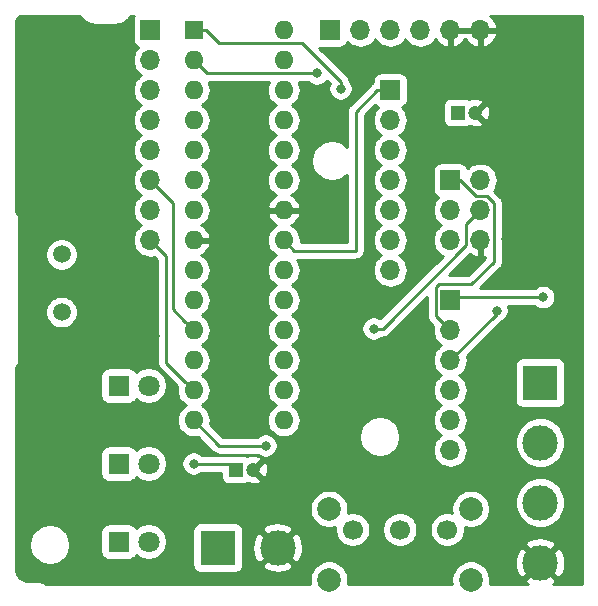
<source format=gbl>
G04 #@! TF.GenerationSoftware,KiCad,Pcbnew,(5.1.2)-1*
G04 #@! TF.CreationDate,2019-06-09T10:24:47-07:00*
G04 #@! TF.ProjectId,gen3basic,67656e33-6261-4736-9963-2e6b69636164,v1.0a*
G04 #@! TF.SameCoordinates,PX3072580PY2a640d0*
G04 #@! TF.FileFunction,Copper,L2,Bot*
G04 #@! TF.FilePolarity,Positive*
%FSLAX46Y46*%
G04 Gerber Fmt 4.6, Leading zero omitted, Abs format (unit mm)*
G04 Created by KiCad (PCBNEW (5.1.2)-1) date 2019-06-09 10:24:47*
%MOMM*%
%LPD*%
G04 APERTURE LIST*
%ADD10O,1.700000X1.700000*%
%ADD11R,1.700000X1.700000*%
%ADD12C,3.000000*%
%ADD13R,3.000000X3.000000*%
%ADD14C,1.700000*%
%ADD15C,2.000000*%
%ADD16C,1.500000*%
%ADD17C,1.800000*%
%ADD18R,1.800000X1.800000*%
%ADD19O,1.600000X1.600000*%
%ADD20R,1.600000X1.600000*%
%ADD21C,1.200000*%
%ADD22R,1.200000X1.200000*%
%ADD23C,0.800000*%
%ADD24C,0.250000*%
%ADD25C,0.254000*%
G04 APERTURE END LIST*
D10*
X40005000Y-1905000D03*
X37465000Y-1905000D03*
X34925000Y-1905000D03*
X32385000Y-1905000D03*
X29845000Y-1905000D03*
D11*
X27305000Y-1905000D03*
D12*
X22860000Y-45720000D03*
D13*
X17780000Y-45720000D03*
D14*
X37210000Y-44196000D03*
X33210000Y-44196000D03*
X29210000Y-44196000D03*
D15*
X27210000Y-48446000D03*
X39210000Y-48446000D03*
X39210000Y-42446000D03*
X27210000Y-42446000D03*
D16*
X4572000Y-20901000D03*
X4572000Y-25781000D03*
D10*
X32385000Y-22225000D03*
X32385000Y-19685000D03*
X32385000Y-17145000D03*
X32385000Y-14605000D03*
X32385000Y-12065000D03*
X32385000Y-9525000D03*
D11*
X32385000Y-6985000D03*
D10*
X37465000Y-37465000D03*
X37465000Y-34925000D03*
X37465000Y-32385000D03*
X37465000Y-29845000D03*
X37465000Y-27305000D03*
D11*
X37465000Y-24765000D03*
D17*
X11938000Y-38608000D03*
D18*
X9398000Y-38608000D03*
D17*
X11938000Y-32004000D03*
D18*
X9398000Y-32004000D03*
D17*
X11938000Y-45212000D03*
D18*
X9398000Y-45212000D03*
D19*
X23368000Y-1905000D03*
X15748000Y-34925000D03*
X23368000Y-4445000D03*
X15748000Y-32385000D03*
X23368000Y-6985000D03*
X15748000Y-29845000D03*
X23368000Y-9525000D03*
X15748000Y-27305000D03*
X23368000Y-12065000D03*
X15748000Y-24765000D03*
X23368000Y-14605000D03*
X15748000Y-22225000D03*
X23368000Y-17145000D03*
X15748000Y-19685000D03*
X23368000Y-19685000D03*
X15748000Y-17145000D03*
X23368000Y-22225000D03*
X15748000Y-14605000D03*
X23368000Y-24765000D03*
X15748000Y-12065000D03*
X23368000Y-27305000D03*
X15748000Y-9525000D03*
X23368000Y-29845000D03*
X15748000Y-6985000D03*
X23368000Y-32385000D03*
X15748000Y-4445000D03*
X23368000Y-34925000D03*
D20*
X15748000Y-1905000D03*
D12*
X45085000Y-46990000D03*
D13*
X45085000Y-31750000D03*
D12*
X45085000Y-41910000D03*
X45085000Y-36830000D03*
D10*
X12065000Y-19685000D03*
X12065000Y-17145000D03*
X12065000Y-14605000D03*
X12065000Y-12065000D03*
X12065000Y-9525000D03*
X12065000Y-6985000D03*
X12065000Y-4445000D03*
D11*
X12065000Y-1905000D03*
D10*
X40005000Y-19685000D03*
X37465000Y-19685000D03*
X40005000Y-17145000D03*
X37465000Y-17145000D03*
X40005000Y-14605000D03*
D11*
X37465000Y-14605000D03*
D21*
X39600000Y-8890000D03*
D22*
X38100000Y-8890000D03*
X19304000Y-39116000D03*
D21*
X20804000Y-39116000D03*
D23*
X47752000Y-28194000D03*
X9652000Y-16510000D03*
X3338500Y-32983500D03*
X34798000Y-33274000D03*
X7874000Y-8890000D03*
X3338500Y-36793500D03*
X2032000Y-34798000D03*
X42164000Y-19558000D03*
X12446000Y-27813000D03*
X8382000Y-19431000D03*
X47244000Y-16510000D03*
X47625000Y-8382000D03*
X15748000Y-38608000D03*
X30988000Y-27178000D03*
X21844000Y-37084000D03*
X28194000Y-6858000D03*
X26179999Y-5570001D03*
X45339000Y-24511000D03*
X41402000Y-25654000D03*
D24*
X19304000Y-39116000D02*
X19434998Y-39116000D01*
X18796000Y-38608000D02*
X19304000Y-39116000D01*
X15748000Y-38608000D02*
X18796000Y-38608000D01*
X14948001Y-31585001D02*
X15748000Y-32385000D01*
X13425001Y-30062001D02*
X14948001Y-31585001D01*
X13425001Y-21045001D02*
X13425001Y-30062001D01*
X12065000Y-19685000D02*
X13425001Y-21045001D01*
X14948001Y-26505001D02*
X15748000Y-27305000D01*
X13970000Y-25527000D02*
X14948001Y-26505001D01*
X13970000Y-16510000D02*
X13970000Y-25527000D01*
X12065000Y-14605000D02*
X13970000Y-16510000D01*
X36289999Y-26129999D02*
X36615001Y-26455001D01*
X36289999Y-23654999D02*
X36289999Y-26129999D01*
X36519007Y-23425991D02*
X36289999Y-23654999D01*
X41180001Y-21513589D02*
X39267599Y-23425991D01*
X41180001Y-16580999D02*
X41180001Y-21513589D01*
X39267599Y-23425991D02*
X36519007Y-23425991D01*
X39630997Y-15969999D02*
X40569001Y-15969999D01*
X36615001Y-26455001D02*
X37465000Y-27305000D01*
X38265998Y-14605000D02*
X39630997Y-15969999D01*
X40569001Y-15969999D02*
X41180001Y-16580999D01*
X37465000Y-14605000D02*
X38265998Y-14605000D01*
X39155001Y-17994999D02*
X40005000Y-17145000D01*
X38829999Y-18320001D02*
X39155001Y-17994999D01*
X38829999Y-20098001D02*
X38829999Y-18320001D01*
X31750000Y-27178000D02*
X38829999Y-20098001D01*
X30988000Y-27178000D02*
X31750000Y-27178000D01*
X17907000Y-37084000D02*
X15748000Y-34925000D01*
X21844000Y-37084000D02*
X17907000Y-37084000D01*
X16798000Y-1905000D02*
X15748000Y-1905000D01*
X17923001Y-3030001D02*
X16798000Y-1905000D01*
X24931686Y-3030001D02*
X17923001Y-3030001D01*
X28194000Y-6292315D02*
X24931686Y-3030001D01*
X28194000Y-6858000D02*
X28194000Y-6292315D01*
X16873001Y-5570001D02*
X15748000Y-4445000D01*
X26179999Y-5570001D02*
X16873001Y-5570001D01*
X37465000Y-24765000D02*
X37719000Y-24765000D01*
X37719000Y-24511000D02*
X37465000Y-24765000D01*
X45339000Y-24511000D02*
X37719000Y-24511000D01*
X41402000Y-25908000D02*
X41402000Y-25654000D01*
X37465000Y-29845000D02*
X41402000Y-25908000D01*
X31285000Y-6985000D02*
X32385000Y-6985000D01*
X29464000Y-8806000D02*
X31285000Y-6985000D01*
X29464000Y-20574000D02*
X29464000Y-8806000D01*
X24257000Y-20574000D02*
X23368000Y-19685000D01*
X29464000Y-20574000D02*
X24257000Y-20574000D01*
D25*
G36*
X6131714Y-751907D02*
G01*
X6166412Y-803349D01*
X6200428Y-855330D01*
X6206473Y-862742D01*
X6301269Y-977330D01*
X6345322Y-1021077D01*
X6388760Y-1065434D01*
X6396129Y-1071530D01*
X6511376Y-1165523D01*
X6563094Y-1199884D01*
X6614314Y-1234955D01*
X6622727Y-1239505D01*
X6754035Y-1309323D01*
X6811473Y-1332997D01*
X6868500Y-1357439D01*
X6877636Y-1360268D01*
X7020005Y-1403251D01*
X7080866Y-1415302D01*
X7141638Y-1428219D01*
X7151150Y-1429219D01*
X7299157Y-1443731D01*
X7299163Y-1443731D01*
X7332353Y-1447000D01*
X9177647Y-1447000D01*
X9206788Y-1444130D01*
X9211403Y-1444162D01*
X9220922Y-1443229D01*
X9368823Y-1427683D01*
X9429613Y-1415205D01*
X9490622Y-1403567D01*
X9499778Y-1400803D01*
X9641844Y-1356827D01*
X9699097Y-1332760D01*
X9756645Y-1309509D01*
X9765089Y-1305019D01*
X9895907Y-1234286D01*
X9947349Y-1199588D01*
X9999330Y-1165572D01*
X10006742Y-1159527D01*
X10121330Y-1064731D01*
X10165077Y-1020678D01*
X10209434Y-977240D01*
X10215530Y-969871D01*
X10309523Y-854624D01*
X10343884Y-802906D01*
X10378955Y-751686D01*
X10383505Y-743273D01*
X10414489Y-685000D01*
X10697188Y-685000D01*
X10684463Y-700506D01*
X10625498Y-810820D01*
X10589188Y-930518D01*
X10576928Y-1055000D01*
X10576928Y-2755000D01*
X10589188Y-2879482D01*
X10625498Y-2999180D01*
X10684463Y-3109494D01*
X10763815Y-3206185D01*
X10860506Y-3285537D01*
X10970820Y-3344502D01*
X11039687Y-3365393D01*
X11009866Y-3389866D01*
X10824294Y-3615986D01*
X10686401Y-3873966D01*
X10601487Y-4153889D01*
X10572815Y-4445000D01*
X10601487Y-4736111D01*
X10686401Y-5016034D01*
X10824294Y-5274014D01*
X11009866Y-5500134D01*
X11235986Y-5685706D01*
X11290791Y-5715000D01*
X11235986Y-5744294D01*
X11009866Y-5929866D01*
X10824294Y-6155986D01*
X10686401Y-6413966D01*
X10601487Y-6693889D01*
X10572815Y-6985000D01*
X10601487Y-7276111D01*
X10686401Y-7556034D01*
X10824294Y-7814014D01*
X11009866Y-8040134D01*
X11235986Y-8225706D01*
X11290791Y-8255000D01*
X11235986Y-8284294D01*
X11009866Y-8469866D01*
X10824294Y-8695986D01*
X10686401Y-8953966D01*
X10601487Y-9233889D01*
X10572815Y-9525000D01*
X10601487Y-9816111D01*
X10686401Y-10096034D01*
X10824294Y-10354014D01*
X11009866Y-10580134D01*
X11235986Y-10765706D01*
X11290791Y-10795000D01*
X11235986Y-10824294D01*
X11009866Y-11009866D01*
X10824294Y-11235986D01*
X10686401Y-11493966D01*
X10601487Y-11773889D01*
X10572815Y-12065000D01*
X10601487Y-12356111D01*
X10686401Y-12636034D01*
X10824294Y-12894014D01*
X11009866Y-13120134D01*
X11235986Y-13305706D01*
X11290791Y-13335000D01*
X11235986Y-13364294D01*
X11009866Y-13549866D01*
X10824294Y-13775986D01*
X10686401Y-14033966D01*
X10601487Y-14313889D01*
X10572815Y-14605000D01*
X10601487Y-14896111D01*
X10686401Y-15176034D01*
X10824294Y-15434014D01*
X11009866Y-15660134D01*
X11235986Y-15845706D01*
X11290791Y-15875000D01*
X11235986Y-15904294D01*
X11009866Y-16089866D01*
X10824294Y-16315986D01*
X10686401Y-16573966D01*
X10601487Y-16853889D01*
X10572815Y-17145000D01*
X10601487Y-17436111D01*
X10686401Y-17716034D01*
X10824294Y-17974014D01*
X11009866Y-18200134D01*
X11235986Y-18385706D01*
X11290791Y-18415000D01*
X11235986Y-18444294D01*
X11009866Y-18629866D01*
X10824294Y-18855986D01*
X10686401Y-19113966D01*
X10601487Y-19393889D01*
X10572815Y-19685000D01*
X10601487Y-19976111D01*
X10686401Y-20256034D01*
X10824294Y-20514014D01*
X11009866Y-20740134D01*
X11235986Y-20925706D01*
X11493966Y-21063599D01*
X11773889Y-21148513D01*
X11992050Y-21170000D01*
X12137950Y-21170000D01*
X12356111Y-21148513D01*
X12430995Y-21125797D01*
X12665001Y-21359803D01*
X12665002Y-30024669D01*
X12661325Y-30062001D01*
X12675999Y-30210986D01*
X12719455Y-30354247D01*
X12790027Y-30486277D01*
X12813188Y-30514498D01*
X12885001Y-30602002D01*
X12913999Y-30625800D01*
X14347292Y-32059094D01*
X14333764Y-32103691D01*
X14306057Y-32385000D01*
X14333764Y-32666309D01*
X14415818Y-32936808D01*
X14549068Y-33186101D01*
X14728392Y-33404608D01*
X14946899Y-33583932D01*
X15079858Y-33655000D01*
X14946899Y-33726068D01*
X14728392Y-33905392D01*
X14549068Y-34123899D01*
X14415818Y-34373192D01*
X14333764Y-34643691D01*
X14306057Y-34925000D01*
X14333764Y-35206309D01*
X14415818Y-35476808D01*
X14549068Y-35726101D01*
X14728392Y-35944608D01*
X14946899Y-36123932D01*
X15196192Y-36257182D01*
X15466691Y-36339236D01*
X15677508Y-36360000D01*
X15818492Y-36360000D01*
X16029309Y-36339236D01*
X16073906Y-36325708D01*
X17343201Y-37595003D01*
X17366999Y-37624001D01*
X17395997Y-37647799D01*
X17482723Y-37718974D01*
X17552201Y-37756111D01*
X17614753Y-37789546D01*
X17758014Y-37833003D01*
X17869667Y-37844000D01*
X17869676Y-37844000D01*
X17906999Y-37847676D01*
X17944322Y-37844000D01*
X21140289Y-37844000D01*
X21184226Y-37887937D01*
X21353744Y-38001205D01*
X21542102Y-38079226D01*
X21742061Y-38119000D01*
X21945939Y-38119000D01*
X22145898Y-38079226D01*
X22334256Y-38001205D01*
X22503774Y-37887937D01*
X22647937Y-37743774D01*
X22761205Y-37574256D01*
X22839226Y-37385898D01*
X22879000Y-37185939D01*
X22879000Y-36982061D01*
X22839226Y-36782102D01*
X22761205Y-36593744D01*
X22647937Y-36424226D01*
X22503774Y-36280063D01*
X22334256Y-36166795D01*
X22145898Y-36088774D01*
X21945939Y-36049000D01*
X21742061Y-36049000D01*
X21542102Y-36088774D01*
X21353744Y-36166795D01*
X21184226Y-36280063D01*
X21140289Y-36324000D01*
X18221802Y-36324000D01*
X17148708Y-35250906D01*
X17162236Y-35206309D01*
X17189943Y-34925000D01*
X17162236Y-34643691D01*
X17080182Y-34373192D01*
X16946932Y-34123899D01*
X16767608Y-33905392D01*
X16549101Y-33726068D01*
X16416142Y-33655000D01*
X16549101Y-33583932D01*
X16767608Y-33404608D01*
X16946932Y-33186101D01*
X17080182Y-32936808D01*
X17162236Y-32666309D01*
X17189943Y-32385000D01*
X17162236Y-32103691D01*
X17080182Y-31833192D01*
X16946932Y-31583899D01*
X16767608Y-31365392D01*
X16549101Y-31186068D01*
X16416142Y-31115000D01*
X16549101Y-31043932D01*
X16767608Y-30864608D01*
X16946932Y-30646101D01*
X17080182Y-30396808D01*
X17162236Y-30126309D01*
X17189943Y-29845000D01*
X17162236Y-29563691D01*
X17080182Y-29293192D01*
X16946932Y-29043899D01*
X16767608Y-28825392D01*
X16549101Y-28646068D01*
X16416142Y-28575000D01*
X16549101Y-28503932D01*
X16767608Y-28324608D01*
X16946932Y-28106101D01*
X17080182Y-27856808D01*
X17162236Y-27586309D01*
X17189943Y-27305000D01*
X17162236Y-27023691D01*
X17080182Y-26753192D01*
X16946932Y-26503899D01*
X16767608Y-26285392D01*
X16549101Y-26106068D01*
X16416142Y-26035000D01*
X16549101Y-25963932D01*
X16767608Y-25784608D01*
X16946932Y-25566101D01*
X17080182Y-25316808D01*
X17162236Y-25046309D01*
X17189943Y-24765000D01*
X17162236Y-24483691D01*
X17080182Y-24213192D01*
X16946932Y-23963899D01*
X16767608Y-23745392D01*
X16549101Y-23566068D01*
X16416142Y-23495000D01*
X16549101Y-23423932D01*
X16767608Y-23244608D01*
X16946932Y-23026101D01*
X17080182Y-22776808D01*
X17162236Y-22506309D01*
X17189943Y-22225000D01*
X17162236Y-21943691D01*
X17080182Y-21673192D01*
X16946932Y-21423899D01*
X16767608Y-21205392D01*
X16549101Y-21026068D01*
X16411318Y-20952421D01*
X16603131Y-20837385D01*
X16811519Y-20648414D01*
X16979037Y-20422420D01*
X17099246Y-20168087D01*
X17139904Y-20034039D01*
X17017915Y-19812000D01*
X15875000Y-19812000D01*
X15875000Y-19832000D01*
X15621000Y-19832000D01*
X15621000Y-19812000D01*
X15601000Y-19812000D01*
X15601000Y-19685000D01*
X21926057Y-19685000D01*
X21953764Y-19966309D01*
X22035818Y-20236808D01*
X22169068Y-20486101D01*
X22348392Y-20704608D01*
X22566899Y-20883932D01*
X22699858Y-20955000D01*
X22566899Y-21026068D01*
X22348392Y-21205392D01*
X22169068Y-21423899D01*
X22035818Y-21673192D01*
X21953764Y-21943691D01*
X21926057Y-22225000D01*
X21953764Y-22506309D01*
X22035818Y-22776808D01*
X22169068Y-23026101D01*
X22348392Y-23244608D01*
X22566899Y-23423932D01*
X22699858Y-23495000D01*
X22566899Y-23566068D01*
X22348392Y-23745392D01*
X22169068Y-23963899D01*
X22035818Y-24213192D01*
X21953764Y-24483691D01*
X21926057Y-24765000D01*
X21953764Y-25046309D01*
X22035818Y-25316808D01*
X22169068Y-25566101D01*
X22348392Y-25784608D01*
X22566899Y-25963932D01*
X22699858Y-26035000D01*
X22566899Y-26106068D01*
X22348392Y-26285392D01*
X22169068Y-26503899D01*
X22035818Y-26753192D01*
X21953764Y-27023691D01*
X21926057Y-27305000D01*
X21953764Y-27586309D01*
X22035818Y-27856808D01*
X22169068Y-28106101D01*
X22348392Y-28324608D01*
X22566899Y-28503932D01*
X22699858Y-28575000D01*
X22566899Y-28646068D01*
X22348392Y-28825392D01*
X22169068Y-29043899D01*
X22035818Y-29293192D01*
X21953764Y-29563691D01*
X21926057Y-29845000D01*
X21953764Y-30126309D01*
X22035818Y-30396808D01*
X22169068Y-30646101D01*
X22348392Y-30864608D01*
X22566899Y-31043932D01*
X22699858Y-31115000D01*
X22566899Y-31186068D01*
X22348392Y-31365392D01*
X22169068Y-31583899D01*
X22035818Y-31833192D01*
X21953764Y-32103691D01*
X21926057Y-32385000D01*
X21953764Y-32666309D01*
X22035818Y-32936808D01*
X22169068Y-33186101D01*
X22348392Y-33404608D01*
X22566899Y-33583932D01*
X22699858Y-33655000D01*
X22566899Y-33726068D01*
X22348392Y-33905392D01*
X22169068Y-34123899D01*
X22035818Y-34373192D01*
X21953764Y-34643691D01*
X21926057Y-34925000D01*
X21953764Y-35206309D01*
X22035818Y-35476808D01*
X22169068Y-35726101D01*
X22348392Y-35944608D01*
X22566899Y-36123932D01*
X22816192Y-36257182D01*
X23086691Y-36339236D01*
X23297508Y-36360000D01*
X23438492Y-36360000D01*
X23649309Y-36339236D01*
X23919808Y-36257182D01*
X24118241Y-36151117D01*
X29761000Y-36151117D01*
X29761000Y-36492883D01*
X29827675Y-36828081D01*
X29958463Y-37143831D01*
X30148337Y-37427998D01*
X30390002Y-37669663D01*
X30674169Y-37859537D01*
X30989919Y-37990325D01*
X31325117Y-38057000D01*
X31666883Y-38057000D01*
X32002081Y-37990325D01*
X32317831Y-37859537D01*
X32601998Y-37669663D01*
X32843663Y-37427998D01*
X33033537Y-37143831D01*
X33164325Y-36828081D01*
X33231000Y-36492883D01*
X33231000Y-36151117D01*
X33164325Y-35815919D01*
X33033537Y-35500169D01*
X32843663Y-35216002D01*
X32601998Y-34974337D01*
X32317831Y-34784463D01*
X32002081Y-34653675D01*
X31666883Y-34587000D01*
X31325117Y-34587000D01*
X30989919Y-34653675D01*
X30674169Y-34784463D01*
X30390002Y-34974337D01*
X30148337Y-35216002D01*
X29958463Y-35500169D01*
X29827675Y-35815919D01*
X29761000Y-36151117D01*
X24118241Y-36151117D01*
X24169101Y-36123932D01*
X24387608Y-35944608D01*
X24566932Y-35726101D01*
X24700182Y-35476808D01*
X24782236Y-35206309D01*
X24809943Y-34925000D01*
X24782236Y-34643691D01*
X24700182Y-34373192D01*
X24566932Y-34123899D01*
X24387608Y-33905392D01*
X24169101Y-33726068D01*
X24036142Y-33655000D01*
X24169101Y-33583932D01*
X24387608Y-33404608D01*
X24566932Y-33186101D01*
X24700182Y-32936808D01*
X24782236Y-32666309D01*
X24809943Y-32385000D01*
X24782236Y-32103691D01*
X24700182Y-31833192D01*
X24566932Y-31583899D01*
X24387608Y-31365392D01*
X24169101Y-31186068D01*
X24036142Y-31115000D01*
X24169101Y-31043932D01*
X24387608Y-30864608D01*
X24566932Y-30646101D01*
X24700182Y-30396808D01*
X24782236Y-30126309D01*
X24809943Y-29845000D01*
X24782236Y-29563691D01*
X24700182Y-29293192D01*
X24566932Y-29043899D01*
X24387608Y-28825392D01*
X24169101Y-28646068D01*
X24036142Y-28575000D01*
X24169101Y-28503932D01*
X24387608Y-28324608D01*
X24566932Y-28106101D01*
X24700182Y-27856808D01*
X24782236Y-27586309D01*
X24809943Y-27305000D01*
X24787395Y-27076061D01*
X29953000Y-27076061D01*
X29953000Y-27279939D01*
X29992774Y-27479898D01*
X30070795Y-27668256D01*
X30184063Y-27837774D01*
X30328226Y-27981937D01*
X30497744Y-28095205D01*
X30686102Y-28173226D01*
X30886061Y-28213000D01*
X31089939Y-28213000D01*
X31289898Y-28173226D01*
X31478256Y-28095205D01*
X31647774Y-27981937D01*
X31691711Y-27938000D01*
X31712678Y-27938000D01*
X31750000Y-27941676D01*
X31787322Y-27938000D01*
X31787333Y-27938000D01*
X31898986Y-27927003D01*
X32042247Y-27883546D01*
X32174276Y-27812974D01*
X32290001Y-27718001D01*
X32313804Y-27688997D01*
X35529999Y-24472802D01*
X35530000Y-26092667D01*
X35526323Y-26129999D01*
X35530000Y-26167332D01*
X35539206Y-26260795D01*
X35540997Y-26278984D01*
X35584453Y-26422245D01*
X35655025Y-26554275D01*
X35703668Y-26613546D01*
X35749999Y-26670000D01*
X35778997Y-26693798D01*
X36024203Y-26939004D01*
X36001487Y-27013889D01*
X35972815Y-27305000D01*
X36001487Y-27596111D01*
X36086401Y-27876034D01*
X36224294Y-28134014D01*
X36409866Y-28360134D01*
X36635986Y-28545706D01*
X36690791Y-28575000D01*
X36635986Y-28604294D01*
X36409866Y-28789866D01*
X36224294Y-29015986D01*
X36086401Y-29273966D01*
X36001487Y-29553889D01*
X35972815Y-29845000D01*
X36001487Y-30136111D01*
X36086401Y-30416034D01*
X36224294Y-30674014D01*
X36409866Y-30900134D01*
X36635986Y-31085706D01*
X36690791Y-31115000D01*
X36635986Y-31144294D01*
X36409866Y-31329866D01*
X36224294Y-31555986D01*
X36086401Y-31813966D01*
X36001487Y-32093889D01*
X35972815Y-32385000D01*
X36001487Y-32676111D01*
X36086401Y-32956034D01*
X36224294Y-33214014D01*
X36409866Y-33440134D01*
X36635986Y-33625706D01*
X36690791Y-33655000D01*
X36635986Y-33684294D01*
X36409866Y-33869866D01*
X36224294Y-34095986D01*
X36086401Y-34353966D01*
X36001487Y-34633889D01*
X35972815Y-34925000D01*
X36001487Y-35216111D01*
X36086401Y-35496034D01*
X36224294Y-35754014D01*
X36409866Y-35980134D01*
X36635986Y-36165706D01*
X36690791Y-36195000D01*
X36635986Y-36224294D01*
X36409866Y-36409866D01*
X36224294Y-36635986D01*
X36086401Y-36893966D01*
X36001487Y-37173889D01*
X35972815Y-37465000D01*
X36001487Y-37756111D01*
X36086401Y-38036034D01*
X36224294Y-38294014D01*
X36409866Y-38520134D01*
X36635986Y-38705706D01*
X36893966Y-38843599D01*
X37173889Y-38928513D01*
X37392050Y-38950000D01*
X37537950Y-38950000D01*
X37756111Y-38928513D01*
X38036034Y-38843599D01*
X38294014Y-38705706D01*
X38520134Y-38520134D01*
X38705706Y-38294014D01*
X38843599Y-38036034D01*
X38928513Y-37756111D01*
X38957185Y-37465000D01*
X38928513Y-37173889D01*
X38843599Y-36893966D01*
X38705706Y-36635986D01*
X38692358Y-36619721D01*
X42950000Y-36619721D01*
X42950000Y-37040279D01*
X43032047Y-37452756D01*
X43192988Y-37841302D01*
X43426637Y-38190983D01*
X43724017Y-38488363D01*
X44073698Y-38722012D01*
X44462244Y-38882953D01*
X44874721Y-38965000D01*
X45295279Y-38965000D01*
X45707756Y-38882953D01*
X46096302Y-38722012D01*
X46445983Y-38488363D01*
X46743363Y-38190983D01*
X46977012Y-37841302D01*
X47137953Y-37452756D01*
X47220000Y-37040279D01*
X47220000Y-36619721D01*
X47137953Y-36207244D01*
X46977012Y-35818698D01*
X46743363Y-35469017D01*
X46445983Y-35171637D01*
X46096302Y-34937988D01*
X45707756Y-34777047D01*
X45295279Y-34695000D01*
X44874721Y-34695000D01*
X44462244Y-34777047D01*
X44073698Y-34937988D01*
X43724017Y-35171637D01*
X43426637Y-35469017D01*
X43192988Y-35818698D01*
X43032047Y-36207244D01*
X42950000Y-36619721D01*
X38692358Y-36619721D01*
X38520134Y-36409866D01*
X38294014Y-36224294D01*
X38239209Y-36195000D01*
X38294014Y-36165706D01*
X38520134Y-35980134D01*
X38705706Y-35754014D01*
X38843599Y-35496034D01*
X38928513Y-35216111D01*
X38957185Y-34925000D01*
X38928513Y-34633889D01*
X38843599Y-34353966D01*
X38705706Y-34095986D01*
X38520134Y-33869866D01*
X38294014Y-33684294D01*
X38239209Y-33655000D01*
X38294014Y-33625706D01*
X38520134Y-33440134D01*
X38705706Y-33214014D01*
X38843599Y-32956034D01*
X38928513Y-32676111D01*
X38957185Y-32385000D01*
X38928513Y-32093889D01*
X38843599Y-31813966D01*
X38705706Y-31555986D01*
X38520134Y-31329866D01*
X38294014Y-31144294D01*
X38239209Y-31115000D01*
X38294014Y-31085706D01*
X38520134Y-30900134D01*
X38705706Y-30674014D01*
X38843599Y-30416034D01*
X38893965Y-30250000D01*
X42946928Y-30250000D01*
X42946928Y-33250000D01*
X42959188Y-33374482D01*
X42995498Y-33494180D01*
X43054463Y-33604494D01*
X43133815Y-33701185D01*
X43230506Y-33780537D01*
X43340820Y-33839502D01*
X43460518Y-33875812D01*
X43585000Y-33888072D01*
X46585000Y-33888072D01*
X46709482Y-33875812D01*
X46829180Y-33839502D01*
X46939494Y-33780537D01*
X47036185Y-33701185D01*
X47115537Y-33604494D01*
X47174502Y-33494180D01*
X47210812Y-33374482D01*
X47223072Y-33250000D01*
X47223072Y-30250000D01*
X47210812Y-30125518D01*
X47174502Y-30005820D01*
X47115537Y-29895506D01*
X47036185Y-29798815D01*
X46939494Y-29719463D01*
X46829180Y-29660498D01*
X46709482Y-29624188D01*
X46585000Y-29611928D01*
X43585000Y-29611928D01*
X43460518Y-29624188D01*
X43340820Y-29660498D01*
X43230506Y-29719463D01*
X43133815Y-29798815D01*
X43054463Y-29895506D01*
X42995498Y-30005820D01*
X42959188Y-30125518D01*
X42946928Y-30250000D01*
X38893965Y-30250000D01*
X38928513Y-30136111D01*
X38957185Y-29845000D01*
X38928513Y-29553889D01*
X38905797Y-29479004D01*
X41757976Y-26626826D01*
X41892256Y-26571205D01*
X42061774Y-26457937D01*
X42205937Y-26313774D01*
X42319205Y-26144256D01*
X42397226Y-25955898D01*
X42437000Y-25755939D01*
X42437000Y-25552061D01*
X42397226Y-25352102D01*
X42363632Y-25271000D01*
X44635289Y-25271000D01*
X44679226Y-25314937D01*
X44848744Y-25428205D01*
X45037102Y-25506226D01*
X45237061Y-25546000D01*
X45440939Y-25546000D01*
X45640898Y-25506226D01*
X45829256Y-25428205D01*
X45998774Y-25314937D01*
X46142937Y-25170774D01*
X46256205Y-25001256D01*
X46334226Y-24812898D01*
X46374000Y-24612939D01*
X46374000Y-24409061D01*
X46334226Y-24209102D01*
X46256205Y-24020744D01*
X46142937Y-23851226D01*
X45998774Y-23707063D01*
X45829256Y-23593795D01*
X45640898Y-23515774D01*
X45440939Y-23476000D01*
X45237061Y-23476000D01*
X45037102Y-23515774D01*
X44848744Y-23593795D01*
X44679226Y-23707063D01*
X44635289Y-23751000D01*
X40017391Y-23751000D01*
X41691004Y-22077388D01*
X41720002Y-22053590D01*
X41814975Y-21937865D01*
X41885547Y-21805836D01*
X41929004Y-21662575D01*
X41940001Y-21550922D01*
X41940001Y-21550912D01*
X41943677Y-21513589D01*
X41940001Y-21476266D01*
X41940001Y-16618321D01*
X41943677Y-16580998D01*
X41940001Y-16543675D01*
X41940001Y-16543666D01*
X41929004Y-16432013D01*
X41885547Y-16288752D01*
X41814975Y-16156723D01*
X41784004Y-16118985D01*
X41743800Y-16069995D01*
X41743796Y-16069991D01*
X41720002Y-16040998D01*
X41691010Y-16017205D01*
X41183552Y-15509749D01*
X41245706Y-15434014D01*
X41383599Y-15176034D01*
X41468513Y-14896111D01*
X41497185Y-14605000D01*
X41468513Y-14313889D01*
X41383599Y-14033966D01*
X41245706Y-13775986D01*
X41060134Y-13549866D01*
X40834014Y-13364294D01*
X40576034Y-13226401D01*
X40296111Y-13141487D01*
X40077950Y-13120000D01*
X39932050Y-13120000D01*
X39713889Y-13141487D01*
X39433966Y-13226401D01*
X39175986Y-13364294D01*
X38949866Y-13549866D01*
X38925393Y-13579687D01*
X38904502Y-13510820D01*
X38845537Y-13400506D01*
X38766185Y-13303815D01*
X38669494Y-13224463D01*
X38559180Y-13165498D01*
X38439482Y-13129188D01*
X38315000Y-13116928D01*
X36615000Y-13116928D01*
X36490518Y-13129188D01*
X36370820Y-13165498D01*
X36260506Y-13224463D01*
X36163815Y-13303815D01*
X36084463Y-13400506D01*
X36025498Y-13510820D01*
X35989188Y-13630518D01*
X35976928Y-13755000D01*
X35976928Y-15455000D01*
X35989188Y-15579482D01*
X36025498Y-15699180D01*
X36084463Y-15809494D01*
X36163815Y-15906185D01*
X36260506Y-15985537D01*
X36370820Y-16044502D01*
X36439687Y-16065393D01*
X36409866Y-16089866D01*
X36224294Y-16315986D01*
X36086401Y-16573966D01*
X36001487Y-16853889D01*
X35972815Y-17145000D01*
X36001487Y-17436111D01*
X36086401Y-17716034D01*
X36224294Y-17974014D01*
X36409866Y-18200134D01*
X36635986Y-18385706D01*
X36690791Y-18415000D01*
X36635986Y-18444294D01*
X36409866Y-18629866D01*
X36224294Y-18855986D01*
X36086401Y-19113966D01*
X36001487Y-19393889D01*
X35972815Y-19685000D01*
X36001487Y-19976111D01*
X36086401Y-20256034D01*
X36224294Y-20514014D01*
X36409866Y-20740134D01*
X36635986Y-20925706D01*
X36825953Y-21027245D01*
X31546683Y-26306516D01*
X31478256Y-26260795D01*
X31289898Y-26182774D01*
X31089939Y-26143000D01*
X30886061Y-26143000D01*
X30686102Y-26182774D01*
X30497744Y-26260795D01*
X30328226Y-26374063D01*
X30184063Y-26518226D01*
X30070795Y-26687744D01*
X29992774Y-26876102D01*
X29953000Y-27076061D01*
X24787395Y-27076061D01*
X24782236Y-27023691D01*
X24700182Y-26753192D01*
X24566932Y-26503899D01*
X24387608Y-26285392D01*
X24169101Y-26106068D01*
X24036142Y-26035000D01*
X24169101Y-25963932D01*
X24387608Y-25784608D01*
X24566932Y-25566101D01*
X24700182Y-25316808D01*
X24782236Y-25046309D01*
X24809943Y-24765000D01*
X24782236Y-24483691D01*
X24700182Y-24213192D01*
X24566932Y-23963899D01*
X24387608Y-23745392D01*
X24169101Y-23566068D01*
X24036142Y-23495000D01*
X24169101Y-23423932D01*
X24387608Y-23244608D01*
X24566932Y-23026101D01*
X24700182Y-22776808D01*
X24782236Y-22506309D01*
X24809943Y-22225000D01*
X24782236Y-21943691D01*
X24700182Y-21673192D01*
X24566932Y-21423899D01*
X24493154Y-21334000D01*
X29426667Y-21334000D01*
X29464000Y-21337677D01*
X29501333Y-21334000D01*
X29612986Y-21323003D01*
X29756247Y-21279546D01*
X29888276Y-21208974D01*
X30004001Y-21114001D01*
X30098974Y-20998276D01*
X30169546Y-20866247D01*
X30213003Y-20722986D01*
X30227677Y-20574000D01*
X30224000Y-20536667D01*
X30224000Y-9120801D01*
X31072457Y-8272345D01*
X31083815Y-8286185D01*
X31180506Y-8365537D01*
X31290820Y-8424502D01*
X31359687Y-8445393D01*
X31329866Y-8469866D01*
X31144294Y-8695986D01*
X31006401Y-8953966D01*
X30921487Y-9233889D01*
X30892815Y-9525000D01*
X30921487Y-9816111D01*
X31006401Y-10096034D01*
X31144294Y-10354014D01*
X31329866Y-10580134D01*
X31555986Y-10765706D01*
X31610791Y-10795000D01*
X31555986Y-10824294D01*
X31329866Y-11009866D01*
X31144294Y-11235986D01*
X31006401Y-11493966D01*
X30921487Y-11773889D01*
X30892815Y-12065000D01*
X30921487Y-12356111D01*
X31006401Y-12636034D01*
X31144294Y-12894014D01*
X31329866Y-13120134D01*
X31555986Y-13305706D01*
X31610791Y-13335000D01*
X31555986Y-13364294D01*
X31329866Y-13549866D01*
X31144294Y-13775986D01*
X31006401Y-14033966D01*
X30921487Y-14313889D01*
X30892815Y-14605000D01*
X30921487Y-14896111D01*
X31006401Y-15176034D01*
X31144294Y-15434014D01*
X31329866Y-15660134D01*
X31555986Y-15845706D01*
X31610791Y-15875000D01*
X31555986Y-15904294D01*
X31329866Y-16089866D01*
X31144294Y-16315986D01*
X31006401Y-16573966D01*
X30921487Y-16853889D01*
X30892815Y-17145000D01*
X30921487Y-17436111D01*
X31006401Y-17716034D01*
X31144294Y-17974014D01*
X31329866Y-18200134D01*
X31555986Y-18385706D01*
X31610791Y-18415000D01*
X31555986Y-18444294D01*
X31329866Y-18629866D01*
X31144294Y-18855986D01*
X31006401Y-19113966D01*
X30921487Y-19393889D01*
X30892815Y-19685000D01*
X30921487Y-19976111D01*
X31006401Y-20256034D01*
X31144294Y-20514014D01*
X31329866Y-20740134D01*
X31555986Y-20925706D01*
X31610791Y-20955000D01*
X31555986Y-20984294D01*
X31329866Y-21169866D01*
X31144294Y-21395986D01*
X31006401Y-21653966D01*
X30921487Y-21933889D01*
X30892815Y-22225000D01*
X30921487Y-22516111D01*
X31006401Y-22796034D01*
X31144294Y-23054014D01*
X31329866Y-23280134D01*
X31555986Y-23465706D01*
X31813966Y-23603599D01*
X32093889Y-23688513D01*
X32312050Y-23710000D01*
X32457950Y-23710000D01*
X32676111Y-23688513D01*
X32956034Y-23603599D01*
X33214014Y-23465706D01*
X33440134Y-23280134D01*
X33625706Y-23054014D01*
X33763599Y-22796034D01*
X33848513Y-22516111D01*
X33877185Y-22225000D01*
X33848513Y-21933889D01*
X33763599Y-21653966D01*
X33625706Y-21395986D01*
X33440134Y-21169866D01*
X33214014Y-20984294D01*
X33159209Y-20955000D01*
X33214014Y-20925706D01*
X33440134Y-20740134D01*
X33625706Y-20514014D01*
X33763599Y-20256034D01*
X33848513Y-19976111D01*
X33877185Y-19685000D01*
X33848513Y-19393889D01*
X33763599Y-19113966D01*
X33625706Y-18855986D01*
X33440134Y-18629866D01*
X33214014Y-18444294D01*
X33159209Y-18415000D01*
X33214014Y-18385706D01*
X33440134Y-18200134D01*
X33625706Y-17974014D01*
X33763599Y-17716034D01*
X33848513Y-17436111D01*
X33877185Y-17145000D01*
X33848513Y-16853889D01*
X33763599Y-16573966D01*
X33625706Y-16315986D01*
X33440134Y-16089866D01*
X33214014Y-15904294D01*
X33159209Y-15875000D01*
X33214014Y-15845706D01*
X33440134Y-15660134D01*
X33625706Y-15434014D01*
X33763599Y-15176034D01*
X33848513Y-14896111D01*
X33877185Y-14605000D01*
X33848513Y-14313889D01*
X33763599Y-14033966D01*
X33625706Y-13775986D01*
X33440134Y-13549866D01*
X33214014Y-13364294D01*
X33159209Y-13335000D01*
X33214014Y-13305706D01*
X33440134Y-13120134D01*
X33625706Y-12894014D01*
X33763599Y-12636034D01*
X33848513Y-12356111D01*
X33877185Y-12065000D01*
X33848513Y-11773889D01*
X33763599Y-11493966D01*
X33625706Y-11235986D01*
X33440134Y-11009866D01*
X33214014Y-10824294D01*
X33159209Y-10795000D01*
X33214014Y-10765706D01*
X33440134Y-10580134D01*
X33625706Y-10354014D01*
X33763599Y-10096034D01*
X33848513Y-9816111D01*
X33877185Y-9525000D01*
X33848513Y-9233889D01*
X33763599Y-8953966D01*
X33625706Y-8695986D01*
X33440134Y-8469866D01*
X33410313Y-8445393D01*
X33479180Y-8424502D01*
X33589494Y-8365537D01*
X33681536Y-8290000D01*
X36861928Y-8290000D01*
X36861928Y-9490000D01*
X36874188Y-9614482D01*
X36910498Y-9734180D01*
X36969463Y-9844494D01*
X37048815Y-9941185D01*
X37145506Y-10020537D01*
X37255820Y-10079502D01*
X37375518Y-10115812D01*
X37500000Y-10128072D01*
X38700000Y-10128072D01*
X38824482Y-10115812D01*
X38944180Y-10079502D01*
X39054494Y-10020537D01*
X39071681Y-10006432D01*
X39198516Y-10064237D01*
X39435313Y-10120000D01*
X39678438Y-10128495D01*
X39918549Y-10089395D01*
X40146418Y-10004202D01*
X40222852Y-9963348D01*
X40270159Y-9739764D01*
X39600000Y-9069605D01*
X39585858Y-9083748D01*
X39406253Y-8904143D01*
X39420395Y-8890000D01*
X39779605Y-8890000D01*
X40449764Y-9560159D01*
X40673348Y-9512852D01*
X40774237Y-9291484D01*
X40830000Y-9054687D01*
X40838495Y-8811562D01*
X40799395Y-8571451D01*
X40714202Y-8343582D01*
X40673348Y-8267148D01*
X40449764Y-8219841D01*
X39779605Y-8890000D01*
X39420395Y-8890000D01*
X39406253Y-8875858D01*
X39585858Y-8696253D01*
X39600000Y-8710395D01*
X40270159Y-8040236D01*
X40222852Y-7816652D01*
X40001484Y-7715763D01*
X39764687Y-7660000D01*
X39521562Y-7651505D01*
X39281451Y-7690605D01*
X39067883Y-7770451D01*
X39054494Y-7759463D01*
X38944180Y-7700498D01*
X38824482Y-7664188D01*
X38700000Y-7651928D01*
X37500000Y-7651928D01*
X37375518Y-7664188D01*
X37255820Y-7700498D01*
X37145506Y-7759463D01*
X37048815Y-7838815D01*
X36969463Y-7935506D01*
X36910498Y-8045820D01*
X36874188Y-8165518D01*
X36861928Y-8290000D01*
X33681536Y-8290000D01*
X33686185Y-8286185D01*
X33765537Y-8189494D01*
X33824502Y-8079180D01*
X33860812Y-7959482D01*
X33873072Y-7835000D01*
X33873072Y-6135000D01*
X33860812Y-6010518D01*
X33824502Y-5890820D01*
X33765537Y-5780506D01*
X33686185Y-5683815D01*
X33589494Y-5604463D01*
X33479180Y-5545498D01*
X33359482Y-5509188D01*
X33235000Y-5496928D01*
X31535000Y-5496928D01*
X31410518Y-5509188D01*
X31290820Y-5545498D01*
X31180506Y-5604463D01*
X31083815Y-5683815D01*
X31004463Y-5780506D01*
X30945498Y-5890820D01*
X30909188Y-6010518D01*
X30896928Y-6135000D01*
X30896928Y-6330674D01*
X30860723Y-6350026D01*
X30782813Y-6413966D01*
X30744999Y-6444999D01*
X30721201Y-6473997D01*
X28952998Y-8242201D01*
X28924000Y-8265999D01*
X28900202Y-8294997D01*
X28900201Y-8294998D01*
X28829026Y-8381724D01*
X28758454Y-8513754D01*
X28714998Y-8657015D01*
X28700324Y-8806000D01*
X28704001Y-8843332D01*
X28704001Y-11772340D01*
X28537998Y-11606337D01*
X28253831Y-11416463D01*
X27938081Y-11285675D01*
X27602883Y-11219000D01*
X27261117Y-11219000D01*
X26925919Y-11285675D01*
X26610169Y-11416463D01*
X26326002Y-11606337D01*
X26084337Y-11848002D01*
X25894463Y-12132169D01*
X25763675Y-12447919D01*
X25697000Y-12783117D01*
X25697000Y-13124883D01*
X25763675Y-13460081D01*
X25894463Y-13775831D01*
X26084337Y-14059998D01*
X26326002Y-14301663D01*
X26610169Y-14491537D01*
X26925919Y-14622325D01*
X27261117Y-14689000D01*
X27602883Y-14689000D01*
X27938081Y-14622325D01*
X28253831Y-14491537D01*
X28537998Y-14301663D01*
X28704001Y-14135660D01*
X28704000Y-19814000D01*
X24797237Y-19814000D01*
X24809943Y-19685000D01*
X24782236Y-19403691D01*
X24700182Y-19133192D01*
X24566932Y-18883899D01*
X24387608Y-18665392D01*
X24169101Y-18486068D01*
X24031318Y-18412421D01*
X24223131Y-18297385D01*
X24431519Y-18108414D01*
X24599037Y-17882420D01*
X24719246Y-17628087D01*
X24759904Y-17494039D01*
X24637915Y-17272000D01*
X23495000Y-17272000D01*
X23495000Y-17292000D01*
X23241000Y-17292000D01*
X23241000Y-17272000D01*
X22098085Y-17272000D01*
X21976096Y-17494039D01*
X22016754Y-17628087D01*
X22136963Y-17882420D01*
X22304481Y-18108414D01*
X22512869Y-18297385D01*
X22704682Y-18412421D01*
X22566899Y-18486068D01*
X22348392Y-18665392D01*
X22169068Y-18883899D01*
X22035818Y-19133192D01*
X21953764Y-19403691D01*
X21926057Y-19685000D01*
X15601000Y-19685000D01*
X15601000Y-19558000D01*
X15621000Y-19558000D01*
X15621000Y-19538000D01*
X15875000Y-19538000D01*
X15875000Y-19558000D01*
X17017915Y-19558000D01*
X17139904Y-19335961D01*
X17099246Y-19201913D01*
X16979037Y-18947580D01*
X16811519Y-18721586D01*
X16603131Y-18532615D01*
X16411318Y-18417579D01*
X16549101Y-18343932D01*
X16767608Y-18164608D01*
X16946932Y-17946101D01*
X17080182Y-17696808D01*
X17162236Y-17426309D01*
X17189943Y-17145000D01*
X17162236Y-16863691D01*
X17080182Y-16593192D01*
X16946932Y-16343899D01*
X16767608Y-16125392D01*
X16549101Y-15946068D01*
X16416142Y-15875000D01*
X16549101Y-15803932D01*
X16767608Y-15624608D01*
X16946932Y-15406101D01*
X17080182Y-15156808D01*
X17162236Y-14886309D01*
X17189943Y-14605000D01*
X17162236Y-14323691D01*
X17080182Y-14053192D01*
X16946932Y-13803899D01*
X16767608Y-13585392D01*
X16549101Y-13406068D01*
X16416142Y-13335000D01*
X16549101Y-13263932D01*
X16767608Y-13084608D01*
X16946932Y-12866101D01*
X17080182Y-12616808D01*
X17162236Y-12346309D01*
X17189943Y-12065000D01*
X17162236Y-11783691D01*
X17080182Y-11513192D01*
X16946932Y-11263899D01*
X16767608Y-11045392D01*
X16549101Y-10866068D01*
X16416142Y-10795000D01*
X16549101Y-10723932D01*
X16767608Y-10544608D01*
X16946932Y-10326101D01*
X17080182Y-10076808D01*
X17162236Y-9806309D01*
X17189943Y-9525000D01*
X17162236Y-9243691D01*
X17080182Y-8973192D01*
X16946932Y-8723899D01*
X16767608Y-8505392D01*
X16549101Y-8326068D01*
X16416142Y-8255000D01*
X16549101Y-8183932D01*
X16767608Y-8004608D01*
X16946932Y-7786101D01*
X17080182Y-7536808D01*
X17162236Y-7266309D01*
X17189943Y-6985000D01*
X17162236Y-6703691D01*
X17080182Y-6433192D01*
X17025025Y-6330001D01*
X22090975Y-6330001D01*
X22035818Y-6433192D01*
X21953764Y-6703691D01*
X21926057Y-6985000D01*
X21953764Y-7266309D01*
X22035818Y-7536808D01*
X22169068Y-7786101D01*
X22348392Y-8004608D01*
X22566899Y-8183932D01*
X22699858Y-8255000D01*
X22566899Y-8326068D01*
X22348392Y-8505392D01*
X22169068Y-8723899D01*
X22035818Y-8973192D01*
X21953764Y-9243691D01*
X21926057Y-9525000D01*
X21953764Y-9806309D01*
X22035818Y-10076808D01*
X22169068Y-10326101D01*
X22348392Y-10544608D01*
X22566899Y-10723932D01*
X22699858Y-10795000D01*
X22566899Y-10866068D01*
X22348392Y-11045392D01*
X22169068Y-11263899D01*
X22035818Y-11513192D01*
X21953764Y-11783691D01*
X21926057Y-12065000D01*
X21953764Y-12346309D01*
X22035818Y-12616808D01*
X22169068Y-12866101D01*
X22348392Y-13084608D01*
X22566899Y-13263932D01*
X22699858Y-13335000D01*
X22566899Y-13406068D01*
X22348392Y-13585392D01*
X22169068Y-13803899D01*
X22035818Y-14053192D01*
X21953764Y-14323691D01*
X21926057Y-14605000D01*
X21953764Y-14886309D01*
X22035818Y-15156808D01*
X22169068Y-15406101D01*
X22348392Y-15624608D01*
X22566899Y-15803932D01*
X22704682Y-15877579D01*
X22512869Y-15992615D01*
X22304481Y-16181586D01*
X22136963Y-16407580D01*
X22016754Y-16661913D01*
X21976096Y-16795961D01*
X22098085Y-17018000D01*
X23241000Y-17018000D01*
X23241000Y-16998000D01*
X23495000Y-16998000D01*
X23495000Y-17018000D01*
X24637915Y-17018000D01*
X24759904Y-16795961D01*
X24719246Y-16661913D01*
X24599037Y-16407580D01*
X24431519Y-16181586D01*
X24223131Y-15992615D01*
X24031318Y-15877579D01*
X24169101Y-15803932D01*
X24387608Y-15624608D01*
X24566932Y-15406101D01*
X24700182Y-15156808D01*
X24782236Y-14886309D01*
X24809943Y-14605000D01*
X24782236Y-14323691D01*
X24700182Y-14053192D01*
X24566932Y-13803899D01*
X24387608Y-13585392D01*
X24169101Y-13406068D01*
X24036142Y-13335000D01*
X24169101Y-13263932D01*
X24387608Y-13084608D01*
X24566932Y-12866101D01*
X24700182Y-12616808D01*
X24782236Y-12346309D01*
X24809943Y-12065000D01*
X24782236Y-11783691D01*
X24700182Y-11513192D01*
X24566932Y-11263899D01*
X24387608Y-11045392D01*
X24169101Y-10866068D01*
X24036142Y-10795000D01*
X24169101Y-10723932D01*
X24387608Y-10544608D01*
X24566932Y-10326101D01*
X24700182Y-10076808D01*
X24782236Y-9806309D01*
X24809943Y-9525000D01*
X24782236Y-9243691D01*
X24700182Y-8973192D01*
X24566932Y-8723899D01*
X24387608Y-8505392D01*
X24169101Y-8326068D01*
X24036142Y-8255000D01*
X24169101Y-8183932D01*
X24387608Y-8004608D01*
X24566932Y-7786101D01*
X24700182Y-7536808D01*
X24782236Y-7266309D01*
X24809943Y-6985000D01*
X24782236Y-6703691D01*
X24700182Y-6433192D01*
X24645025Y-6330001D01*
X25476288Y-6330001D01*
X25520225Y-6373938D01*
X25689743Y-6487206D01*
X25878101Y-6565227D01*
X26078060Y-6605001D01*
X26281938Y-6605001D01*
X26481897Y-6565227D01*
X26670255Y-6487206D01*
X26839773Y-6373938D01*
X26983936Y-6229775D01*
X27013064Y-6186181D01*
X27252728Y-6425845D01*
X27198774Y-6556102D01*
X27159000Y-6756061D01*
X27159000Y-6959939D01*
X27198774Y-7159898D01*
X27276795Y-7348256D01*
X27390063Y-7517774D01*
X27534226Y-7661937D01*
X27703744Y-7775205D01*
X27892102Y-7853226D01*
X28092061Y-7893000D01*
X28295939Y-7893000D01*
X28495898Y-7853226D01*
X28684256Y-7775205D01*
X28853774Y-7661937D01*
X28997937Y-7517774D01*
X29111205Y-7348256D01*
X29189226Y-7159898D01*
X29229000Y-6959939D01*
X29229000Y-6756061D01*
X29189226Y-6556102D01*
X29111205Y-6367744D01*
X28997937Y-6198226D01*
X28942987Y-6143276D01*
X28899546Y-6000068D01*
X28828974Y-5868039D01*
X28734001Y-5752314D01*
X28705003Y-5728516D01*
X26360224Y-3383738D01*
X26455000Y-3393072D01*
X28155000Y-3393072D01*
X28279482Y-3380812D01*
X28399180Y-3344502D01*
X28509494Y-3285537D01*
X28606185Y-3206185D01*
X28685537Y-3109494D01*
X28744502Y-2999180D01*
X28765393Y-2930313D01*
X28789866Y-2960134D01*
X29015986Y-3145706D01*
X29273966Y-3283599D01*
X29553889Y-3368513D01*
X29772050Y-3390000D01*
X29917950Y-3390000D01*
X30136111Y-3368513D01*
X30416034Y-3283599D01*
X30674014Y-3145706D01*
X30900134Y-2960134D01*
X31085706Y-2734014D01*
X31115000Y-2679209D01*
X31144294Y-2734014D01*
X31329866Y-2960134D01*
X31555986Y-3145706D01*
X31813966Y-3283599D01*
X32093889Y-3368513D01*
X32312050Y-3390000D01*
X32457950Y-3390000D01*
X32676111Y-3368513D01*
X32956034Y-3283599D01*
X33214014Y-3145706D01*
X33440134Y-2960134D01*
X33625706Y-2734014D01*
X33655000Y-2679209D01*
X33684294Y-2734014D01*
X33869866Y-2960134D01*
X34095986Y-3145706D01*
X34353966Y-3283599D01*
X34633889Y-3368513D01*
X34852050Y-3390000D01*
X34997950Y-3390000D01*
X35216111Y-3368513D01*
X35496034Y-3283599D01*
X35754014Y-3145706D01*
X35980134Y-2960134D01*
X36165706Y-2734014D01*
X36200201Y-2669477D01*
X36269822Y-2786355D01*
X36464731Y-3002588D01*
X36698080Y-3176641D01*
X36960901Y-3301825D01*
X37108110Y-3346476D01*
X37338000Y-3225155D01*
X37338000Y-2032000D01*
X37592000Y-2032000D01*
X37592000Y-3225155D01*
X37821890Y-3346476D01*
X37969099Y-3301825D01*
X38231920Y-3176641D01*
X38465269Y-3002588D01*
X38660178Y-2786355D01*
X38735000Y-2660745D01*
X38809822Y-2786355D01*
X39004731Y-3002588D01*
X39238080Y-3176641D01*
X39500901Y-3301825D01*
X39648110Y-3346476D01*
X39878000Y-3225155D01*
X39878000Y-2032000D01*
X40132000Y-2032000D01*
X40132000Y-3225155D01*
X40361890Y-3346476D01*
X40509099Y-3301825D01*
X40771920Y-3176641D01*
X41005269Y-3002588D01*
X41200178Y-2786355D01*
X41349157Y-2536252D01*
X41446481Y-2261891D01*
X41325814Y-2032000D01*
X40132000Y-2032000D01*
X39878000Y-2032000D01*
X37592000Y-2032000D01*
X37338000Y-2032000D01*
X37318000Y-2032000D01*
X37318000Y-1778000D01*
X37338000Y-1778000D01*
X37338000Y-1758000D01*
X37592000Y-1758000D01*
X37592000Y-1778000D01*
X39878000Y-1778000D01*
X39878000Y-1758000D01*
X40132000Y-1758000D01*
X40132000Y-1778000D01*
X41325814Y-1778000D01*
X41446481Y-1548109D01*
X41349157Y-1273748D01*
X41200178Y-1023645D01*
X41005269Y-807412D01*
X40841154Y-685000D01*
X48641000Y-685000D01*
X48641000Y-48845000D01*
X46151636Y-48845000D01*
X46241038Y-48797214D01*
X46397048Y-48481653D01*
X45085000Y-47169605D01*
X43772952Y-48481653D01*
X43928962Y-48797214D01*
X44022824Y-48845000D01*
X40797666Y-48845000D01*
X40845000Y-48607033D01*
X40845000Y-48284967D01*
X40782168Y-47969088D01*
X40658918Y-47671537D01*
X40479987Y-47403748D01*
X40252252Y-47176013D01*
X40037955Y-47032824D01*
X42940098Y-47032824D01*
X42989666Y-47450451D01*
X43119757Y-47850383D01*
X43277786Y-48146038D01*
X43593347Y-48302048D01*
X44905395Y-46990000D01*
X45264605Y-46990000D01*
X46576653Y-48302048D01*
X46892214Y-48146038D01*
X47083020Y-47771255D01*
X47197044Y-47366449D01*
X47229902Y-46947176D01*
X47180334Y-46529549D01*
X47050243Y-46129617D01*
X46892214Y-45833962D01*
X46576653Y-45677952D01*
X45264605Y-46990000D01*
X44905395Y-46990000D01*
X43593347Y-45677952D01*
X43277786Y-45833962D01*
X43086980Y-46208745D01*
X42972956Y-46613551D01*
X42940098Y-47032824D01*
X40037955Y-47032824D01*
X39984463Y-46997082D01*
X39686912Y-46873832D01*
X39371033Y-46811000D01*
X39048967Y-46811000D01*
X38733088Y-46873832D01*
X38435537Y-46997082D01*
X38167748Y-47176013D01*
X37940013Y-47403748D01*
X37761082Y-47671537D01*
X37637832Y-47969088D01*
X37575000Y-48284967D01*
X37575000Y-48607033D01*
X37622334Y-48845000D01*
X28797666Y-48845000D01*
X28845000Y-48607033D01*
X28845000Y-48284967D01*
X28782168Y-47969088D01*
X28658918Y-47671537D01*
X28479987Y-47403748D01*
X28252252Y-47176013D01*
X27984463Y-46997082D01*
X27686912Y-46873832D01*
X27371033Y-46811000D01*
X27048967Y-46811000D01*
X26733088Y-46873832D01*
X26435537Y-46997082D01*
X26167748Y-47176013D01*
X25940013Y-47403748D01*
X25761082Y-47671537D01*
X25637832Y-47969088D01*
X25575000Y-48284967D01*
X25575000Y-48607033D01*
X25622334Y-48845000D01*
X3331736Y-48845000D01*
X3302159Y-48815423D01*
X3280711Y-48789289D01*
X3176407Y-48703688D01*
X3057406Y-48640081D01*
X2928283Y-48600912D01*
X2827647Y-48591000D01*
X2827639Y-48591000D01*
X2794000Y-48587687D01*
X2760361Y-48591000D01*
X1811505Y-48591000D01*
X1566338Y-48566961D01*
X1362742Y-48505492D01*
X1174962Y-48405647D01*
X1010149Y-48271230D01*
X874585Y-48107361D01*
X773432Y-47920283D01*
X710541Y-47717114D01*
X685000Y-47474109D01*
X685000Y-45295117D01*
X1821000Y-45295117D01*
X1821000Y-45636883D01*
X1887675Y-45972081D01*
X2018463Y-46287831D01*
X2208337Y-46571998D01*
X2450002Y-46813663D01*
X2734169Y-47003537D01*
X3049919Y-47134325D01*
X3385117Y-47201000D01*
X3726883Y-47201000D01*
X4062081Y-47134325D01*
X4377831Y-47003537D01*
X4661998Y-46813663D01*
X4903663Y-46571998D01*
X5093537Y-46287831D01*
X5224325Y-45972081D01*
X5291000Y-45636883D01*
X5291000Y-45295117D01*
X5224325Y-44959919D01*
X5093537Y-44644169D01*
X4903663Y-44360002D01*
X4855661Y-44312000D01*
X7859928Y-44312000D01*
X7859928Y-46112000D01*
X7872188Y-46236482D01*
X7908498Y-46356180D01*
X7967463Y-46466494D01*
X8046815Y-46563185D01*
X8143506Y-46642537D01*
X8253820Y-46701502D01*
X8373518Y-46737812D01*
X8498000Y-46750072D01*
X10298000Y-46750072D01*
X10422482Y-46737812D01*
X10542180Y-46701502D01*
X10652494Y-46642537D01*
X10749185Y-46563185D01*
X10828537Y-46466494D01*
X10887502Y-46356180D01*
X10893056Y-46337873D01*
X10959495Y-46404312D01*
X11210905Y-46572299D01*
X11490257Y-46688011D01*
X11786816Y-46747000D01*
X12089184Y-46747000D01*
X12385743Y-46688011D01*
X12665095Y-46572299D01*
X12916505Y-46404312D01*
X13130312Y-46190505D01*
X13298299Y-45939095D01*
X13414011Y-45659743D01*
X13473000Y-45363184D01*
X13473000Y-45060816D01*
X13414011Y-44764257D01*
X13298299Y-44484905D01*
X13130312Y-44233495D01*
X13116817Y-44220000D01*
X15641928Y-44220000D01*
X15641928Y-47220000D01*
X15654188Y-47344482D01*
X15690498Y-47464180D01*
X15749463Y-47574494D01*
X15828815Y-47671185D01*
X15925506Y-47750537D01*
X16035820Y-47809502D01*
X16155518Y-47845812D01*
X16280000Y-47858072D01*
X19280000Y-47858072D01*
X19404482Y-47845812D01*
X19524180Y-47809502D01*
X19634494Y-47750537D01*
X19731185Y-47671185D01*
X19810537Y-47574494D01*
X19869502Y-47464180D01*
X19905812Y-47344482D01*
X19918072Y-47220000D01*
X19918072Y-47211653D01*
X21547952Y-47211653D01*
X21703962Y-47527214D01*
X22078745Y-47718020D01*
X22483551Y-47832044D01*
X22902824Y-47864902D01*
X23320451Y-47815334D01*
X23720383Y-47685243D01*
X24016038Y-47527214D01*
X24172048Y-47211653D01*
X22860000Y-45899605D01*
X21547952Y-47211653D01*
X19918072Y-47211653D01*
X19918072Y-45762824D01*
X20715098Y-45762824D01*
X20764666Y-46180451D01*
X20894757Y-46580383D01*
X21052786Y-46876038D01*
X21368347Y-47032048D01*
X22680395Y-45720000D01*
X23039605Y-45720000D01*
X24351653Y-47032048D01*
X24667214Y-46876038D01*
X24858020Y-46501255D01*
X24972044Y-46096449D01*
X25004902Y-45677176D01*
X24955334Y-45259549D01*
X24825243Y-44859617D01*
X24667214Y-44563962D01*
X24351653Y-44407952D01*
X23039605Y-45720000D01*
X22680395Y-45720000D01*
X21368347Y-44407952D01*
X21052786Y-44563962D01*
X20861980Y-44938745D01*
X20747956Y-45343551D01*
X20715098Y-45762824D01*
X19918072Y-45762824D01*
X19918072Y-44228347D01*
X21547952Y-44228347D01*
X22860000Y-45540395D01*
X24172048Y-44228347D01*
X24016038Y-43912786D01*
X23641255Y-43721980D01*
X23236449Y-43607956D01*
X22817176Y-43575098D01*
X22399549Y-43624666D01*
X21999617Y-43754757D01*
X21703962Y-43912786D01*
X21547952Y-44228347D01*
X19918072Y-44228347D01*
X19918072Y-44220000D01*
X19905812Y-44095518D01*
X19869502Y-43975820D01*
X19810537Y-43865506D01*
X19731185Y-43768815D01*
X19634494Y-43689463D01*
X19524180Y-43630498D01*
X19404482Y-43594188D01*
X19280000Y-43581928D01*
X16280000Y-43581928D01*
X16155518Y-43594188D01*
X16035820Y-43630498D01*
X15925506Y-43689463D01*
X15828815Y-43768815D01*
X15749463Y-43865506D01*
X15690498Y-43975820D01*
X15654188Y-44095518D01*
X15641928Y-44220000D01*
X13116817Y-44220000D01*
X12916505Y-44019688D01*
X12665095Y-43851701D01*
X12385743Y-43735989D01*
X12089184Y-43677000D01*
X11786816Y-43677000D01*
X11490257Y-43735989D01*
X11210905Y-43851701D01*
X10959495Y-44019688D01*
X10893056Y-44086127D01*
X10887502Y-44067820D01*
X10828537Y-43957506D01*
X10749185Y-43860815D01*
X10652494Y-43781463D01*
X10542180Y-43722498D01*
X10422482Y-43686188D01*
X10298000Y-43673928D01*
X8498000Y-43673928D01*
X8373518Y-43686188D01*
X8253820Y-43722498D01*
X8143506Y-43781463D01*
X8046815Y-43860815D01*
X7967463Y-43957506D01*
X7908498Y-44067820D01*
X7872188Y-44187518D01*
X7859928Y-44312000D01*
X4855661Y-44312000D01*
X4661998Y-44118337D01*
X4377831Y-43928463D01*
X4062081Y-43797675D01*
X3726883Y-43731000D01*
X3385117Y-43731000D01*
X3049919Y-43797675D01*
X2734169Y-43928463D01*
X2450002Y-44118337D01*
X2208337Y-44360002D01*
X2018463Y-44644169D01*
X1887675Y-44959919D01*
X1821000Y-45295117D01*
X685000Y-45295117D01*
X685000Y-42284967D01*
X25575000Y-42284967D01*
X25575000Y-42607033D01*
X25637832Y-42922912D01*
X25761082Y-43220463D01*
X25940013Y-43488252D01*
X26167748Y-43715987D01*
X26435537Y-43894918D01*
X26733088Y-44018168D01*
X27048967Y-44081000D01*
X27371033Y-44081000D01*
X27686912Y-44018168D01*
X27735264Y-43998140D01*
X27725000Y-44049740D01*
X27725000Y-44342260D01*
X27782068Y-44629158D01*
X27894010Y-44899411D01*
X28056525Y-45142632D01*
X28263368Y-45349475D01*
X28506589Y-45511990D01*
X28776842Y-45623932D01*
X29063740Y-45681000D01*
X29356260Y-45681000D01*
X29643158Y-45623932D01*
X29913411Y-45511990D01*
X30156632Y-45349475D01*
X30363475Y-45142632D01*
X30525990Y-44899411D01*
X30637932Y-44629158D01*
X30695000Y-44342260D01*
X30695000Y-44049740D01*
X31725000Y-44049740D01*
X31725000Y-44342260D01*
X31782068Y-44629158D01*
X31894010Y-44899411D01*
X32056525Y-45142632D01*
X32263368Y-45349475D01*
X32506589Y-45511990D01*
X32776842Y-45623932D01*
X33063740Y-45681000D01*
X33356260Y-45681000D01*
X33643158Y-45623932D01*
X33913411Y-45511990D01*
X34156632Y-45349475D01*
X34363475Y-45142632D01*
X34525990Y-44899411D01*
X34637932Y-44629158D01*
X34695000Y-44342260D01*
X34695000Y-44049740D01*
X35725000Y-44049740D01*
X35725000Y-44342260D01*
X35782068Y-44629158D01*
X35894010Y-44899411D01*
X36056525Y-45142632D01*
X36263368Y-45349475D01*
X36506589Y-45511990D01*
X36776842Y-45623932D01*
X37063740Y-45681000D01*
X37356260Y-45681000D01*
X37643158Y-45623932D01*
X37913411Y-45511990D01*
X37933829Y-45498347D01*
X43772952Y-45498347D01*
X45085000Y-46810395D01*
X46397048Y-45498347D01*
X46241038Y-45182786D01*
X45866255Y-44991980D01*
X45461449Y-44877956D01*
X45042176Y-44845098D01*
X44624549Y-44894666D01*
X44224617Y-45024757D01*
X43928962Y-45182786D01*
X43772952Y-45498347D01*
X37933829Y-45498347D01*
X38156632Y-45349475D01*
X38363475Y-45142632D01*
X38525990Y-44899411D01*
X38637932Y-44629158D01*
X38695000Y-44342260D01*
X38695000Y-44049740D01*
X38684736Y-43998140D01*
X38733088Y-44018168D01*
X39048967Y-44081000D01*
X39371033Y-44081000D01*
X39686912Y-44018168D01*
X39984463Y-43894918D01*
X40252252Y-43715987D01*
X40479987Y-43488252D01*
X40658918Y-43220463D01*
X40782168Y-42922912D01*
X40845000Y-42607033D01*
X40845000Y-42284967D01*
X40782168Y-41969088D01*
X40670593Y-41699721D01*
X42950000Y-41699721D01*
X42950000Y-42120279D01*
X43032047Y-42532756D01*
X43192988Y-42921302D01*
X43426637Y-43270983D01*
X43724017Y-43568363D01*
X44073698Y-43802012D01*
X44462244Y-43962953D01*
X44874721Y-44045000D01*
X45295279Y-44045000D01*
X45707756Y-43962953D01*
X46096302Y-43802012D01*
X46445983Y-43568363D01*
X46743363Y-43270983D01*
X46977012Y-42921302D01*
X47137953Y-42532756D01*
X47220000Y-42120279D01*
X47220000Y-41699721D01*
X47137953Y-41287244D01*
X46977012Y-40898698D01*
X46743363Y-40549017D01*
X46445983Y-40251637D01*
X46096302Y-40017988D01*
X45707756Y-39857047D01*
X45295279Y-39775000D01*
X44874721Y-39775000D01*
X44462244Y-39857047D01*
X44073698Y-40017988D01*
X43724017Y-40251637D01*
X43426637Y-40549017D01*
X43192988Y-40898698D01*
X43032047Y-41287244D01*
X42950000Y-41699721D01*
X40670593Y-41699721D01*
X40658918Y-41671537D01*
X40479987Y-41403748D01*
X40252252Y-41176013D01*
X39984463Y-40997082D01*
X39686912Y-40873832D01*
X39371033Y-40811000D01*
X39048967Y-40811000D01*
X38733088Y-40873832D01*
X38435537Y-40997082D01*
X38167748Y-41176013D01*
X37940013Y-41403748D01*
X37761082Y-41671537D01*
X37637832Y-41969088D01*
X37575000Y-42284967D01*
X37575000Y-42607033D01*
X37605543Y-42760586D01*
X37356260Y-42711000D01*
X37063740Y-42711000D01*
X36776842Y-42768068D01*
X36506589Y-42880010D01*
X36263368Y-43042525D01*
X36056525Y-43249368D01*
X35894010Y-43492589D01*
X35782068Y-43762842D01*
X35725000Y-44049740D01*
X34695000Y-44049740D01*
X34637932Y-43762842D01*
X34525990Y-43492589D01*
X34363475Y-43249368D01*
X34156632Y-43042525D01*
X33913411Y-42880010D01*
X33643158Y-42768068D01*
X33356260Y-42711000D01*
X33063740Y-42711000D01*
X32776842Y-42768068D01*
X32506589Y-42880010D01*
X32263368Y-43042525D01*
X32056525Y-43249368D01*
X31894010Y-43492589D01*
X31782068Y-43762842D01*
X31725000Y-44049740D01*
X30695000Y-44049740D01*
X30637932Y-43762842D01*
X30525990Y-43492589D01*
X30363475Y-43249368D01*
X30156632Y-43042525D01*
X29913411Y-42880010D01*
X29643158Y-42768068D01*
X29356260Y-42711000D01*
X29063740Y-42711000D01*
X28814457Y-42760586D01*
X28845000Y-42607033D01*
X28845000Y-42284967D01*
X28782168Y-41969088D01*
X28658918Y-41671537D01*
X28479987Y-41403748D01*
X28252252Y-41176013D01*
X27984463Y-40997082D01*
X27686912Y-40873832D01*
X27371033Y-40811000D01*
X27048967Y-40811000D01*
X26733088Y-40873832D01*
X26435537Y-40997082D01*
X26167748Y-41176013D01*
X25940013Y-41403748D01*
X25761082Y-41671537D01*
X25637832Y-41969088D01*
X25575000Y-42284967D01*
X685000Y-42284967D01*
X685000Y-37708000D01*
X7859928Y-37708000D01*
X7859928Y-39508000D01*
X7872188Y-39632482D01*
X7908498Y-39752180D01*
X7967463Y-39862494D01*
X8046815Y-39959185D01*
X8143506Y-40038537D01*
X8253820Y-40097502D01*
X8373518Y-40133812D01*
X8498000Y-40146072D01*
X10298000Y-40146072D01*
X10422482Y-40133812D01*
X10542180Y-40097502D01*
X10652494Y-40038537D01*
X10749185Y-39959185D01*
X10828537Y-39862494D01*
X10887502Y-39752180D01*
X10893056Y-39733873D01*
X10959495Y-39800312D01*
X11210905Y-39968299D01*
X11490257Y-40084011D01*
X11786816Y-40143000D01*
X12089184Y-40143000D01*
X12385743Y-40084011D01*
X12665095Y-39968299D01*
X12916505Y-39800312D01*
X13130312Y-39586505D01*
X13298299Y-39335095D01*
X13414011Y-39055743D01*
X13473000Y-38759184D01*
X13473000Y-38506061D01*
X14713000Y-38506061D01*
X14713000Y-38709939D01*
X14752774Y-38909898D01*
X14830795Y-39098256D01*
X14944063Y-39267774D01*
X15088226Y-39411937D01*
X15257744Y-39525205D01*
X15446102Y-39603226D01*
X15646061Y-39643000D01*
X15849939Y-39643000D01*
X16049898Y-39603226D01*
X16238256Y-39525205D01*
X16407774Y-39411937D01*
X16451711Y-39368000D01*
X18065928Y-39368000D01*
X18065928Y-39716000D01*
X18078188Y-39840482D01*
X18114498Y-39960180D01*
X18173463Y-40070494D01*
X18252815Y-40167185D01*
X18349506Y-40246537D01*
X18459820Y-40305502D01*
X18579518Y-40341812D01*
X18704000Y-40354072D01*
X19904000Y-40354072D01*
X20028482Y-40341812D01*
X20148180Y-40305502D01*
X20258494Y-40246537D01*
X20275681Y-40232432D01*
X20402516Y-40290237D01*
X20639313Y-40346000D01*
X20882438Y-40354495D01*
X21122549Y-40315395D01*
X21350418Y-40230202D01*
X21426852Y-40189348D01*
X21474159Y-39965764D01*
X20804000Y-39295605D01*
X20789858Y-39309748D01*
X20610253Y-39130143D01*
X20624395Y-39116000D01*
X20983605Y-39116000D01*
X21653764Y-39786159D01*
X21877348Y-39738852D01*
X21978237Y-39517484D01*
X22034000Y-39280687D01*
X22042495Y-39037562D01*
X22003395Y-38797451D01*
X21918202Y-38569582D01*
X21877348Y-38493148D01*
X21653764Y-38445841D01*
X20983605Y-39116000D01*
X20624395Y-39116000D01*
X20610253Y-39101858D01*
X20789858Y-38922253D01*
X20804000Y-38936395D01*
X21474159Y-38266236D01*
X21426852Y-38042652D01*
X21205484Y-37941763D01*
X20968687Y-37886000D01*
X20725562Y-37877505D01*
X20485451Y-37916605D01*
X20271883Y-37996451D01*
X20258494Y-37985463D01*
X20148180Y-37926498D01*
X20028482Y-37890188D01*
X19904000Y-37877928D01*
X19007394Y-37877928D01*
X18944986Y-37858997D01*
X18833333Y-37848000D01*
X18833322Y-37848000D01*
X18796000Y-37844324D01*
X18758678Y-37848000D01*
X16451711Y-37848000D01*
X16407774Y-37804063D01*
X16238256Y-37690795D01*
X16049898Y-37612774D01*
X15849939Y-37573000D01*
X15646061Y-37573000D01*
X15446102Y-37612774D01*
X15257744Y-37690795D01*
X15088226Y-37804063D01*
X14944063Y-37948226D01*
X14830795Y-38117744D01*
X14752774Y-38306102D01*
X14713000Y-38506061D01*
X13473000Y-38506061D01*
X13473000Y-38456816D01*
X13414011Y-38160257D01*
X13298299Y-37880905D01*
X13130312Y-37629495D01*
X12916505Y-37415688D01*
X12665095Y-37247701D01*
X12385743Y-37131989D01*
X12089184Y-37073000D01*
X11786816Y-37073000D01*
X11490257Y-37131989D01*
X11210905Y-37247701D01*
X10959495Y-37415688D01*
X10893056Y-37482127D01*
X10887502Y-37463820D01*
X10828537Y-37353506D01*
X10749185Y-37256815D01*
X10652494Y-37177463D01*
X10542180Y-37118498D01*
X10422482Y-37082188D01*
X10298000Y-37069928D01*
X8498000Y-37069928D01*
X8373518Y-37082188D01*
X8253820Y-37118498D01*
X8143506Y-37177463D01*
X8046815Y-37256815D01*
X7967463Y-37353506D01*
X7908498Y-37463820D01*
X7872188Y-37583518D01*
X7859928Y-37708000D01*
X685000Y-37708000D01*
X685000Y-31104000D01*
X7859928Y-31104000D01*
X7859928Y-32904000D01*
X7872188Y-33028482D01*
X7908498Y-33148180D01*
X7967463Y-33258494D01*
X8046815Y-33355185D01*
X8143506Y-33434537D01*
X8253820Y-33493502D01*
X8373518Y-33529812D01*
X8498000Y-33542072D01*
X10298000Y-33542072D01*
X10422482Y-33529812D01*
X10542180Y-33493502D01*
X10652494Y-33434537D01*
X10749185Y-33355185D01*
X10828537Y-33258494D01*
X10887502Y-33148180D01*
X10893056Y-33129873D01*
X10959495Y-33196312D01*
X11210905Y-33364299D01*
X11490257Y-33480011D01*
X11786816Y-33539000D01*
X12089184Y-33539000D01*
X12385743Y-33480011D01*
X12665095Y-33364299D01*
X12916505Y-33196312D01*
X13130312Y-32982505D01*
X13298299Y-32731095D01*
X13414011Y-32451743D01*
X13473000Y-32155184D01*
X13473000Y-31852816D01*
X13414011Y-31556257D01*
X13298299Y-31276905D01*
X13130312Y-31025495D01*
X12916505Y-30811688D01*
X12665095Y-30643701D01*
X12385743Y-30527989D01*
X12089184Y-30469000D01*
X11786816Y-30469000D01*
X11490257Y-30527989D01*
X11210905Y-30643701D01*
X10959495Y-30811688D01*
X10893056Y-30878127D01*
X10887502Y-30859820D01*
X10828537Y-30749506D01*
X10749185Y-30652815D01*
X10652494Y-30573463D01*
X10542180Y-30514498D01*
X10422482Y-30478188D01*
X10298000Y-30465928D01*
X8498000Y-30465928D01*
X8373518Y-30478188D01*
X8253820Y-30514498D01*
X8143506Y-30573463D01*
X8046815Y-30652815D01*
X7967463Y-30749506D01*
X7908498Y-30859820D01*
X7872188Y-30979518D01*
X7859928Y-31104000D01*
X685000Y-31104000D01*
X685000Y-30509735D01*
X714573Y-30480162D01*
X740711Y-30458711D01*
X826312Y-30354407D01*
X889919Y-30235406D01*
X929088Y-30106283D01*
X939000Y-30005647D01*
X939000Y-30005640D01*
X942313Y-29972001D01*
X939000Y-29938362D01*
X939000Y-25644589D01*
X3187000Y-25644589D01*
X3187000Y-25917411D01*
X3240225Y-26184989D01*
X3344629Y-26437043D01*
X3496201Y-26663886D01*
X3689114Y-26856799D01*
X3915957Y-27008371D01*
X4168011Y-27112775D01*
X4435589Y-27166000D01*
X4708411Y-27166000D01*
X4975989Y-27112775D01*
X5228043Y-27008371D01*
X5454886Y-26856799D01*
X5647799Y-26663886D01*
X5799371Y-26437043D01*
X5903775Y-26184989D01*
X5957000Y-25917411D01*
X5957000Y-25644589D01*
X5903775Y-25377011D01*
X5799371Y-25124957D01*
X5647799Y-24898114D01*
X5454886Y-24705201D01*
X5228043Y-24553629D01*
X4975989Y-24449225D01*
X4708411Y-24396000D01*
X4435589Y-24396000D01*
X4168011Y-24449225D01*
X3915957Y-24553629D01*
X3689114Y-24705201D01*
X3496201Y-24898114D01*
X3344629Y-25124957D01*
X3240225Y-25377011D01*
X3187000Y-25644589D01*
X939000Y-25644589D01*
X939000Y-20764589D01*
X3187000Y-20764589D01*
X3187000Y-21037411D01*
X3240225Y-21304989D01*
X3344629Y-21557043D01*
X3496201Y-21783886D01*
X3689114Y-21976799D01*
X3915957Y-22128371D01*
X4168011Y-22232775D01*
X4435589Y-22286000D01*
X4708411Y-22286000D01*
X4975989Y-22232775D01*
X5228043Y-22128371D01*
X5454886Y-21976799D01*
X5647799Y-21783886D01*
X5799371Y-21557043D01*
X5903775Y-21304989D01*
X5957000Y-21037411D01*
X5957000Y-20764589D01*
X5903775Y-20497011D01*
X5799371Y-20244957D01*
X5647799Y-20018114D01*
X5454886Y-19825201D01*
X5228043Y-19673629D01*
X4975989Y-19569225D01*
X4708411Y-19516000D01*
X4435589Y-19516000D01*
X4168011Y-19569225D01*
X3915957Y-19673629D01*
X3689114Y-19825201D01*
X3496201Y-20018114D01*
X3344629Y-20244957D01*
X3240225Y-20497011D01*
X3187000Y-20764589D01*
X939000Y-20764589D01*
X939000Y-17746353D01*
X929088Y-17645717D01*
X889919Y-17516594D01*
X826312Y-17397593D01*
X740710Y-17293289D01*
X685000Y-17247568D01*
X685000Y-1303504D01*
X699364Y-1157008D01*
X732176Y-1048330D01*
X785479Y-948082D01*
X857232Y-860103D01*
X944707Y-787737D01*
X1044579Y-733737D01*
X1153027Y-700167D01*
X1297331Y-685000D01*
X6095538Y-685000D01*
X6131714Y-751907D01*
X6131714Y-751907D01*
G37*
X6131714Y-751907D02*
X6166412Y-803349D01*
X6200428Y-855330D01*
X6206473Y-862742D01*
X6301269Y-977330D01*
X6345322Y-1021077D01*
X6388760Y-1065434D01*
X6396129Y-1071530D01*
X6511376Y-1165523D01*
X6563094Y-1199884D01*
X6614314Y-1234955D01*
X6622727Y-1239505D01*
X6754035Y-1309323D01*
X6811473Y-1332997D01*
X6868500Y-1357439D01*
X6877636Y-1360268D01*
X7020005Y-1403251D01*
X7080866Y-1415302D01*
X7141638Y-1428219D01*
X7151150Y-1429219D01*
X7299157Y-1443731D01*
X7299163Y-1443731D01*
X7332353Y-1447000D01*
X9177647Y-1447000D01*
X9206788Y-1444130D01*
X9211403Y-1444162D01*
X9220922Y-1443229D01*
X9368823Y-1427683D01*
X9429613Y-1415205D01*
X9490622Y-1403567D01*
X9499778Y-1400803D01*
X9641844Y-1356827D01*
X9699097Y-1332760D01*
X9756645Y-1309509D01*
X9765089Y-1305019D01*
X9895907Y-1234286D01*
X9947349Y-1199588D01*
X9999330Y-1165572D01*
X10006742Y-1159527D01*
X10121330Y-1064731D01*
X10165077Y-1020678D01*
X10209434Y-977240D01*
X10215530Y-969871D01*
X10309523Y-854624D01*
X10343884Y-802906D01*
X10378955Y-751686D01*
X10383505Y-743273D01*
X10414489Y-685000D01*
X10697188Y-685000D01*
X10684463Y-700506D01*
X10625498Y-810820D01*
X10589188Y-930518D01*
X10576928Y-1055000D01*
X10576928Y-2755000D01*
X10589188Y-2879482D01*
X10625498Y-2999180D01*
X10684463Y-3109494D01*
X10763815Y-3206185D01*
X10860506Y-3285537D01*
X10970820Y-3344502D01*
X11039687Y-3365393D01*
X11009866Y-3389866D01*
X10824294Y-3615986D01*
X10686401Y-3873966D01*
X10601487Y-4153889D01*
X10572815Y-4445000D01*
X10601487Y-4736111D01*
X10686401Y-5016034D01*
X10824294Y-5274014D01*
X11009866Y-5500134D01*
X11235986Y-5685706D01*
X11290791Y-5715000D01*
X11235986Y-5744294D01*
X11009866Y-5929866D01*
X10824294Y-6155986D01*
X10686401Y-6413966D01*
X10601487Y-6693889D01*
X10572815Y-6985000D01*
X10601487Y-7276111D01*
X10686401Y-7556034D01*
X10824294Y-7814014D01*
X11009866Y-8040134D01*
X11235986Y-8225706D01*
X11290791Y-8255000D01*
X11235986Y-8284294D01*
X11009866Y-8469866D01*
X10824294Y-8695986D01*
X10686401Y-8953966D01*
X10601487Y-9233889D01*
X10572815Y-9525000D01*
X10601487Y-9816111D01*
X10686401Y-10096034D01*
X10824294Y-10354014D01*
X11009866Y-10580134D01*
X11235986Y-10765706D01*
X11290791Y-10795000D01*
X11235986Y-10824294D01*
X11009866Y-11009866D01*
X10824294Y-11235986D01*
X10686401Y-11493966D01*
X10601487Y-11773889D01*
X10572815Y-12065000D01*
X10601487Y-12356111D01*
X10686401Y-12636034D01*
X10824294Y-12894014D01*
X11009866Y-13120134D01*
X11235986Y-13305706D01*
X11290791Y-13335000D01*
X11235986Y-13364294D01*
X11009866Y-13549866D01*
X10824294Y-13775986D01*
X10686401Y-14033966D01*
X10601487Y-14313889D01*
X10572815Y-14605000D01*
X10601487Y-14896111D01*
X10686401Y-15176034D01*
X10824294Y-15434014D01*
X11009866Y-15660134D01*
X11235986Y-15845706D01*
X11290791Y-15875000D01*
X11235986Y-15904294D01*
X11009866Y-16089866D01*
X10824294Y-16315986D01*
X10686401Y-16573966D01*
X10601487Y-16853889D01*
X10572815Y-17145000D01*
X10601487Y-17436111D01*
X10686401Y-17716034D01*
X10824294Y-17974014D01*
X11009866Y-18200134D01*
X11235986Y-18385706D01*
X11290791Y-18415000D01*
X11235986Y-18444294D01*
X11009866Y-18629866D01*
X10824294Y-18855986D01*
X10686401Y-19113966D01*
X10601487Y-19393889D01*
X10572815Y-19685000D01*
X10601487Y-19976111D01*
X10686401Y-20256034D01*
X10824294Y-20514014D01*
X11009866Y-20740134D01*
X11235986Y-20925706D01*
X11493966Y-21063599D01*
X11773889Y-21148513D01*
X11992050Y-21170000D01*
X12137950Y-21170000D01*
X12356111Y-21148513D01*
X12430995Y-21125797D01*
X12665001Y-21359803D01*
X12665002Y-30024669D01*
X12661325Y-30062001D01*
X12675999Y-30210986D01*
X12719455Y-30354247D01*
X12790027Y-30486277D01*
X12813188Y-30514498D01*
X12885001Y-30602002D01*
X12913999Y-30625800D01*
X14347292Y-32059094D01*
X14333764Y-32103691D01*
X14306057Y-32385000D01*
X14333764Y-32666309D01*
X14415818Y-32936808D01*
X14549068Y-33186101D01*
X14728392Y-33404608D01*
X14946899Y-33583932D01*
X15079858Y-33655000D01*
X14946899Y-33726068D01*
X14728392Y-33905392D01*
X14549068Y-34123899D01*
X14415818Y-34373192D01*
X14333764Y-34643691D01*
X14306057Y-34925000D01*
X14333764Y-35206309D01*
X14415818Y-35476808D01*
X14549068Y-35726101D01*
X14728392Y-35944608D01*
X14946899Y-36123932D01*
X15196192Y-36257182D01*
X15466691Y-36339236D01*
X15677508Y-36360000D01*
X15818492Y-36360000D01*
X16029309Y-36339236D01*
X16073906Y-36325708D01*
X17343201Y-37595003D01*
X17366999Y-37624001D01*
X17395997Y-37647799D01*
X17482723Y-37718974D01*
X17552201Y-37756111D01*
X17614753Y-37789546D01*
X17758014Y-37833003D01*
X17869667Y-37844000D01*
X17869676Y-37844000D01*
X17906999Y-37847676D01*
X17944322Y-37844000D01*
X21140289Y-37844000D01*
X21184226Y-37887937D01*
X21353744Y-38001205D01*
X21542102Y-38079226D01*
X21742061Y-38119000D01*
X21945939Y-38119000D01*
X22145898Y-38079226D01*
X22334256Y-38001205D01*
X22503774Y-37887937D01*
X22647937Y-37743774D01*
X22761205Y-37574256D01*
X22839226Y-37385898D01*
X22879000Y-37185939D01*
X22879000Y-36982061D01*
X22839226Y-36782102D01*
X22761205Y-36593744D01*
X22647937Y-36424226D01*
X22503774Y-36280063D01*
X22334256Y-36166795D01*
X22145898Y-36088774D01*
X21945939Y-36049000D01*
X21742061Y-36049000D01*
X21542102Y-36088774D01*
X21353744Y-36166795D01*
X21184226Y-36280063D01*
X21140289Y-36324000D01*
X18221802Y-36324000D01*
X17148708Y-35250906D01*
X17162236Y-35206309D01*
X17189943Y-34925000D01*
X17162236Y-34643691D01*
X17080182Y-34373192D01*
X16946932Y-34123899D01*
X16767608Y-33905392D01*
X16549101Y-33726068D01*
X16416142Y-33655000D01*
X16549101Y-33583932D01*
X16767608Y-33404608D01*
X16946932Y-33186101D01*
X17080182Y-32936808D01*
X17162236Y-32666309D01*
X17189943Y-32385000D01*
X17162236Y-32103691D01*
X17080182Y-31833192D01*
X16946932Y-31583899D01*
X16767608Y-31365392D01*
X16549101Y-31186068D01*
X16416142Y-31115000D01*
X16549101Y-31043932D01*
X16767608Y-30864608D01*
X16946932Y-30646101D01*
X17080182Y-30396808D01*
X17162236Y-30126309D01*
X17189943Y-29845000D01*
X17162236Y-29563691D01*
X17080182Y-29293192D01*
X16946932Y-29043899D01*
X16767608Y-28825392D01*
X16549101Y-28646068D01*
X16416142Y-28575000D01*
X16549101Y-28503932D01*
X16767608Y-28324608D01*
X16946932Y-28106101D01*
X17080182Y-27856808D01*
X17162236Y-27586309D01*
X17189943Y-27305000D01*
X17162236Y-27023691D01*
X17080182Y-26753192D01*
X16946932Y-26503899D01*
X16767608Y-26285392D01*
X16549101Y-26106068D01*
X16416142Y-26035000D01*
X16549101Y-25963932D01*
X16767608Y-25784608D01*
X16946932Y-25566101D01*
X17080182Y-25316808D01*
X17162236Y-25046309D01*
X17189943Y-24765000D01*
X17162236Y-24483691D01*
X17080182Y-24213192D01*
X16946932Y-23963899D01*
X16767608Y-23745392D01*
X16549101Y-23566068D01*
X16416142Y-23495000D01*
X16549101Y-23423932D01*
X16767608Y-23244608D01*
X16946932Y-23026101D01*
X17080182Y-22776808D01*
X17162236Y-22506309D01*
X17189943Y-22225000D01*
X17162236Y-21943691D01*
X17080182Y-21673192D01*
X16946932Y-21423899D01*
X16767608Y-21205392D01*
X16549101Y-21026068D01*
X16411318Y-20952421D01*
X16603131Y-20837385D01*
X16811519Y-20648414D01*
X16979037Y-20422420D01*
X17099246Y-20168087D01*
X17139904Y-20034039D01*
X17017915Y-19812000D01*
X15875000Y-19812000D01*
X15875000Y-19832000D01*
X15621000Y-19832000D01*
X15621000Y-19812000D01*
X15601000Y-19812000D01*
X15601000Y-19685000D01*
X21926057Y-19685000D01*
X21953764Y-19966309D01*
X22035818Y-20236808D01*
X22169068Y-20486101D01*
X22348392Y-20704608D01*
X22566899Y-20883932D01*
X22699858Y-20955000D01*
X22566899Y-21026068D01*
X22348392Y-21205392D01*
X22169068Y-21423899D01*
X22035818Y-21673192D01*
X21953764Y-21943691D01*
X21926057Y-22225000D01*
X21953764Y-22506309D01*
X22035818Y-22776808D01*
X22169068Y-23026101D01*
X22348392Y-23244608D01*
X22566899Y-23423932D01*
X22699858Y-23495000D01*
X22566899Y-23566068D01*
X22348392Y-23745392D01*
X22169068Y-23963899D01*
X22035818Y-24213192D01*
X21953764Y-24483691D01*
X21926057Y-24765000D01*
X21953764Y-25046309D01*
X22035818Y-25316808D01*
X22169068Y-25566101D01*
X22348392Y-25784608D01*
X22566899Y-25963932D01*
X22699858Y-26035000D01*
X22566899Y-26106068D01*
X22348392Y-26285392D01*
X22169068Y-26503899D01*
X22035818Y-26753192D01*
X21953764Y-27023691D01*
X21926057Y-27305000D01*
X21953764Y-27586309D01*
X22035818Y-27856808D01*
X22169068Y-28106101D01*
X22348392Y-28324608D01*
X22566899Y-28503932D01*
X22699858Y-28575000D01*
X22566899Y-28646068D01*
X22348392Y-28825392D01*
X22169068Y-29043899D01*
X22035818Y-29293192D01*
X21953764Y-29563691D01*
X21926057Y-29845000D01*
X21953764Y-30126309D01*
X22035818Y-30396808D01*
X22169068Y-30646101D01*
X22348392Y-30864608D01*
X22566899Y-31043932D01*
X22699858Y-31115000D01*
X22566899Y-31186068D01*
X22348392Y-31365392D01*
X22169068Y-31583899D01*
X22035818Y-31833192D01*
X21953764Y-32103691D01*
X21926057Y-32385000D01*
X21953764Y-32666309D01*
X22035818Y-32936808D01*
X22169068Y-33186101D01*
X22348392Y-33404608D01*
X22566899Y-33583932D01*
X22699858Y-33655000D01*
X22566899Y-33726068D01*
X22348392Y-33905392D01*
X22169068Y-34123899D01*
X22035818Y-34373192D01*
X21953764Y-34643691D01*
X21926057Y-34925000D01*
X21953764Y-35206309D01*
X22035818Y-35476808D01*
X22169068Y-35726101D01*
X22348392Y-35944608D01*
X22566899Y-36123932D01*
X22816192Y-36257182D01*
X23086691Y-36339236D01*
X23297508Y-36360000D01*
X23438492Y-36360000D01*
X23649309Y-36339236D01*
X23919808Y-36257182D01*
X24118241Y-36151117D01*
X29761000Y-36151117D01*
X29761000Y-36492883D01*
X29827675Y-36828081D01*
X29958463Y-37143831D01*
X30148337Y-37427998D01*
X30390002Y-37669663D01*
X30674169Y-37859537D01*
X30989919Y-37990325D01*
X31325117Y-38057000D01*
X31666883Y-38057000D01*
X32002081Y-37990325D01*
X32317831Y-37859537D01*
X32601998Y-37669663D01*
X32843663Y-37427998D01*
X33033537Y-37143831D01*
X33164325Y-36828081D01*
X33231000Y-36492883D01*
X33231000Y-36151117D01*
X33164325Y-35815919D01*
X33033537Y-35500169D01*
X32843663Y-35216002D01*
X32601998Y-34974337D01*
X32317831Y-34784463D01*
X32002081Y-34653675D01*
X31666883Y-34587000D01*
X31325117Y-34587000D01*
X30989919Y-34653675D01*
X30674169Y-34784463D01*
X30390002Y-34974337D01*
X30148337Y-35216002D01*
X29958463Y-35500169D01*
X29827675Y-35815919D01*
X29761000Y-36151117D01*
X24118241Y-36151117D01*
X24169101Y-36123932D01*
X24387608Y-35944608D01*
X24566932Y-35726101D01*
X24700182Y-35476808D01*
X24782236Y-35206309D01*
X24809943Y-34925000D01*
X24782236Y-34643691D01*
X24700182Y-34373192D01*
X24566932Y-34123899D01*
X24387608Y-33905392D01*
X24169101Y-33726068D01*
X24036142Y-33655000D01*
X24169101Y-33583932D01*
X24387608Y-33404608D01*
X24566932Y-33186101D01*
X24700182Y-32936808D01*
X24782236Y-32666309D01*
X24809943Y-32385000D01*
X24782236Y-32103691D01*
X24700182Y-31833192D01*
X24566932Y-31583899D01*
X24387608Y-31365392D01*
X24169101Y-31186068D01*
X24036142Y-31115000D01*
X24169101Y-31043932D01*
X24387608Y-30864608D01*
X24566932Y-30646101D01*
X24700182Y-30396808D01*
X24782236Y-30126309D01*
X24809943Y-29845000D01*
X24782236Y-29563691D01*
X24700182Y-29293192D01*
X24566932Y-29043899D01*
X24387608Y-28825392D01*
X24169101Y-28646068D01*
X24036142Y-28575000D01*
X24169101Y-28503932D01*
X24387608Y-28324608D01*
X24566932Y-28106101D01*
X24700182Y-27856808D01*
X24782236Y-27586309D01*
X24809943Y-27305000D01*
X24787395Y-27076061D01*
X29953000Y-27076061D01*
X29953000Y-27279939D01*
X29992774Y-27479898D01*
X30070795Y-27668256D01*
X30184063Y-27837774D01*
X30328226Y-27981937D01*
X30497744Y-28095205D01*
X30686102Y-28173226D01*
X30886061Y-28213000D01*
X31089939Y-28213000D01*
X31289898Y-28173226D01*
X31478256Y-28095205D01*
X31647774Y-27981937D01*
X31691711Y-27938000D01*
X31712678Y-27938000D01*
X31750000Y-27941676D01*
X31787322Y-27938000D01*
X31787333Y-27938000D01*
X31898986Y-27927003D01*
X32042247Y-27883546D01*
X32174276Y-27812974D01*
X32290001Y-27718001D01*
X32313804Y-27688997D01*
X35529999Y-24472802D01*
X35530000Y-26092667D01*
X35526323Y-26129999D01*
X35530000Y-26167332D01*
X35539206Y-26260795D01*
X35540997Y-26278984D01*
X35584453Y-26422245D01*
X35655025Y-26554275D01*
X35703668Y-26613546D01*
X35749999Y-26670000D01*
X35778997Y-26693798D01*
X36024203Y-26939004D01*
X36001487Y-27013889D01*
X35972815Y-27305000D01*
X36001487Y-27596111D01*
X36086401Y-27876034D01*
X36224294Y-28134014D01*
X36409866Y-28360134D01*
X36635986Y-28545706D01*
X36690791Y-28575000D01*
X36635986Y-28604294D01*
X36409866Y-28789866D01*
X36224294Y-29015986D01*
X36086401Y-29273966D01*
X36001487Y-29553889D01*
X35972815Y-29845000D01*
X36001487Y-30136111D01*
X36086401Y-30416034D01*
X36224294Y-30674014D01*
X36409866Y-30900134D01*
X36635986Y-31085706D01*
X36690791Y-31115000D01*
X36635986Y-31144294D01*
X36409866Y-31329866D01*
X36224294Y-31555986D01*
X36086401Y-31813966D01*
X36001487Y-32093889D01*
X35972815Y-32385000D01*
X36001487Y-32676111D01*
X36086401Y-32956034D01*
X36224294Y-33214014D01*
X36409866Y-33440134D01*
X36635986Y-33625706D01*
X36690791Y-33655000D01*
X36635986Y-33684294D01*
X36409866Y-33869866D01*
X36224294Y-34095986D01*
X36086401Y-34353966D01*
X36001487Y-34633889D01*
X35972815Y-34925000D01*
X36001487Y-35216111D01*
X36086401Y-35496034D01*
X36224294Y-35754014D01*
X36409866Y-35980134D01*
X36635986Y-36165706D01*
X36690791Y-36195000D01*
X36635986Y-36224294D01*
X36409866Y-36409866D01*
X36224294Y-36635986D01*
X36086401Y-36893966D01*
X36001487Y-37173889D01*
X35972815Y-37465000D01*
X36001487Y-37756111D01*
X36086401Y-38036034D01*
X36224294Y-38294014D01*
X36409866Y-38520134D01*
X36635986Y-38705706D01*
X36893966Y-38843599D01*
X37173889Y-38928513D01*
X37392050Y-38950000D01*
X37537950Y-38950000D01*
X37756111Y-38928513D01*
X38036034Y-38843599D01*
X38294014Y-38705706D01*
X38520134Y-38520134D01*
X38705706Y-38294014D01*
X38843599Y-38036034D01*
X38928513Y-37756111D01*
X38957185Y-37465000D01*
X38928513Y-37173889D01*
X38843599Y-36893966D01*
X38705706Y-36635986D01*
X38692358Y-36619721D01*
X42950000Y-36619721D01*
X42950000Y-37040279D01*
X43032047Y-37452756D01*
X43192988Y-37841302D01*
X43426637Y-38190983D01*
X43724017Y-38488363D01*
X44073698Y-38722012D01*
X44462244Y-38882953D01*
X44874721Y-38965000D01*
X45295279Y-38965000D01*
X45707756Y-38882953D01*
X46096302Y-38722012D01*
X46445983Y-38488363D01*
X46743363Y-38190983D01*
X46977012Y-37841302D01*
X47137953Y-37452756D01*
X47220000Y-37040279D01*
X47220000Y-36619721D01*
X47137953Y-36207244D01*
X46977012Y-35818698D01*
X46743363Y-35469017D01*
X46445983Y-35171637D01*
X46096302Y-34937988D01*
X45707756Y-34777047D01*
X45295279Y-34695000D01*
X44874721Y-34695000D01*
X44462244Y-34777047D01*
X44073698Y-34937988D01*
X43724017Y-35171637D01*
X43426637Y-35469017D01*
X43192988Y-35818698D01*
X43032047Y-36207244D01*
X42950000Y-36619721D01*
X38692358Y-36619721D01*
X38520134Y-36409866D01*
X38294014Y-36224294D01*
X38239209Y-36195000D01*
X38294014Y-36165706D01*
X38520134Y-35980134D01*
X38705706Y-35754014D01*
X38843599Y-35496034D01*
X38928513Y-35216111D01*
X38957185Y-34925000D01*
X38928513Y-34633889D01*
X38843599Y-34353966D01*
X38705706Y-34095986D01*
X38520134Y-33869866D01*
X38294014Y-33684294D01*
X38239209Y-33655000D01*
X38294014Y-33625706D01*
X38520134Y-33440134D01*
X38705706Y-33214014D01*
X38843599Y-32956034D01*
X38928513Y-32676111D01*
X38957185Y-32385000D01*
X38928513Y-32093889D01*
X38843599Y-31813966D01*
X38705706Y-31555986D01*
X38520134Y-31329866D01*
X38294014Y-31144294D01*
X38239209Y-31115000D01*
X38294014Y-31085706D01*
X38520134Y-30900134D01*
X38705706Y-30674014D01*
X38843599Y-30416034D01*
X38893965Y-30250000D01*
X42946928Y-30250000D01*
X42946928Y-33250000D01*
X42959188Y-33374482D01*
X42995498Y-33494180D01*
X43054463Y-33604494D01*
X43133815Y-33701185D01*
X43230506Y-33780537D01*
X43340820Y-33839502D01*
X43460518Y-33875812D01*
X43585000Y-33888072D01*
X46585000Y-33888072D01*
X46709482Y-33875812D01*
X46829180Y-33839502D01*
X46939494Y-33780537D01*
X47036185Y-33701185D01*
X47115537Y-33604494D01*
X47174502Y-33494180D01*
X47210812Y-33374482D01*
X47223072Y-33250000D01*
X47223072Y-30250000D01*
X47210812Y-30125518D01*
X47174502Y-30005820D01*
X47115537Y-29895506D01*
X47036185Y-29798815D01*
X46939494Y-29719463D01*
X46829180Y-29660498D01*
X46709482Y-29624188D01*
X46585000Y-29611928D01*
X43585000Y-29611928D01*
X43460518Y-29624188D01*
X43340820Y-29660498D01*
X43230506Y-29719463D01*
X43133815Y-29798815D01*
X43054463Y-29895506D01*
X42995498Y-30005820D01*
X42959188Y-30125518D01*
X42946928Y-30250000D01*
X38893965Y-30250000D01*
X38928513Y-30136111D01*
X38957185Y-29845000D01*
X38928513Y-29553889D01*
X38905797Y-29479004D01*
X41757976Y-26626826D01*
X41892256Y-26571205D01*
X42061774Y-26457937D01*
X42205937Y-26313774D01*
X42319205Y-26144256D01*
X42397226Y-25955898D01*
X42437000Y-25755939D01*
X42437000Y-25552061D01*
X42397226Y-25352102D01*
X42363632Y-25271000D01*
X44635289Y-25271000D01*
X44679226Y-25314937D01*
X44848744Y-25428205D01*
X45037102Y-25506226D01*
X45237061Y-25546000D01*
X45440939Y-25546000D01*
X45640898Y-25506226D01*
X45829256Y-25428205D01*
X45998774Y-25314937D01*
X46142937Y-25170774D01*
X46256205Y-25001256D01*
X46334226Y-24812898D01*
X46374000Y-24612939D01*
X46374000Y-24409061D01*
X46334226Y-24209102D01*
X46256205Y-24020744D01*
X46142937Y-23851226D01*
X45998774Y-23707063D01*
X45829256Y-23593795D01*
X45640898Y-23515774D01*
X45440939Y-23476000D01*
X45237061Y-23476000D01*
X45037102Y-23515774D01*
X44848744Y-23593795D01*
X44679226Y-23707063D01*
X44635289Y-23751000D01*
X40017391Y-23751000D01*
X41691004Y-22077388D01*
X41720002Y-22053590D01*
X41814975Y-21937865D01*
X41885547Y-21805836D01*
X41929004Y-21662575D01*
X41940001Y-21550922D01*
X41940001Y-21550912D01*
X41943677Y-21513589D01*
X41940001Y-21476266D01*
X41940001Y-16618321D01*
X41943677Y-16580998D01*
X41940001Y-16543675D01*
X41940001Y-16543666D01*
X41929004Y-16432013D01*
X41885547Y-16288752D01*
X41814975Y-16156723D01*
X41784004Y-16118985D01*
X41743800Y-16069995D01*
X41743796Y-16069991D01*
X41720002Y-16040998D01*
X41691010Y-16017205D01*
X41183552Y-15509749D01*
X41245706Y-15434014D01*
X41383599Y-15176034D01*
X41468513Y-14896111D01*
X41497185Y-14605000D01*
X41468513Y-14313889D01*
X41383599Y-14033966D01*
X41245706Y-13775986D01*
X41060134Y-13549866D01*
X40834014Y-13364294D01*
X40576034Y-13226401D01*
X40296111Y-13141487D01*
X40077950Y-13120000D01*
X39932050Y-13120000D01*
X39713889Y-13141487D01*
X39433966Y-13226401D01*
X39175986Y-13364294D01*
X38949866Y-13549866D01*
X38925393Y-13579687D01*
X38904502Y-13510820D01*
X38845537Y-13400506D01*
X38766185Y-13303815D01*
X38669494Y-13224463D01*
X38559180Y-13165498D01*
X38439482Y-13129188D01*
X38315000Y-13116928D01*
X36615000Y-13116928D01*
X36490518Y-13129188D01*
X36370820Y-13165498D01*
X36260506Y-13224463D01*
X36163815Y-13303815D01*
X36084463Y-13400506D01*
X36025498Y-13510820D01*
X35989188Y-13630518D01*
X35976928Y-13755000D01*
X35976928Y-15455000D01*
X35989188Y-15579482D01*
X36025498Y-15699180D01*
X36084463Y-15809494D01*
X36163815Y-15906185D01*
X36260506Y-15985537D01*
X36370820Y-16044502D01*
X36439687Y-16065393D01*
X36409866Y-16089866D01*
X36224294Y-16315986D01*
X36086401Y-16573966D01*
X36001487Y-16853889D01*
X35972815Y-17145000D01*
X36001487Y-17436111D01*
X36086401Y-17716034D01*
X36224294Y-17974014D01*
X36409866Y-18200134D01*
X36635986Y-18385706D01*
X36690791Y-18415000D01*
X36635986Y-18444294D01*
X36409866Y-18629866D01*
X36224294Y-18855986D01*
X36086401Y-19113966D01*
X36001487Y-19393889D01*
X35972815Y-19685000D01*
X36001487Y-19976111D01*
X36086401Y-20256034D01*
X36224294Y-20514014D01*
X36409866Y-20740134D01*
X36635986Y-20925706D01*
X36825953Y-21027245D01*
X31546683Y-26306516D01*
X31478256Y-26260795D01*
X31289898Y-26182774D01*
X31089939Y-26143000D01*
X30886061Y-26143000D01*
X30686102Y-26182774D01*
X30497744Y-26260795D01*
X30328226Y-26374063D01*
X30184063Y-26518226D01*
X30070795Y-26687744D01*
X29992774Y-26876102D01*
X29953000Y-27076061D01*
X24787395Y-27076061D01*
X24782236Y-27023691D01*
X24700182Y-26753192D01*
X24566932Y-26503899D01*
X24387608Y-26285392D01*
X24169101Y-26106068D01*
X24036142Y-26035000D01*
X24169101Y-25963932D01*
X24387608Y-25784608D01*
X24566932Y-25566101D01*
X24700182Y-25316808D01*
X24782236Y-25046309D01*
X24809943Y-24765000D01*
X24782236Y-24483691D01*
X24700182Y-24213192D01*
X24566932Y-23963899D01*
X24387608Y-23745392D01*
X24169101Y-23566068D01*
X24036142Y-23495000D01*
X24169101Y-23423932D01*
X24387608Y-23244608D01*
X24566932Y-23026101D01*
X24700182Y-22776808D01*
X24782236Y-22506309D01*
X24809943Y-22225000D01*
X24782236Y-21943691D01*
X24700182Y-21673192D01*
X24566932Y-21423899D01*
X24493154Y-21334000D01*
X29426667Y-21334000D01*
X29464000Y-21337677D01*
X29501333Y-21334000D01*
X29612986Y-21323003D01*
X29756247Y-21279546D01*
X29888276Y-21208974D01*
X30004001Y-21114001D01*
X30098974Y-20998276D01*
X30169546Y-20866247D01*
X30213003Y-20722986D01*
X30227677Y-20574000D01*
X30224000Y-20536667D01*
X30224000Y-9120801D01*
X31072457Y-8272345D01*
X31083815Y-8286185D01*
X31180506Y-8365537D01*
X31290820Y-8424502D01*
X31359687Y-8445393D01*
X31329866Y-8469866D01*
X31144294Y-8695986D01*
X31006401Y-8953966D01*
X30921487Y-9233889D01*
X30892815Y-9525000D01*
X30921487Y-9816111D01*
X31006401Y-10096034D01*
X31144294Y-10354014D01*
X31329866Y-10580134D01*
X31555986Y-10765706D01*
X31610791Y-10795000D01*
X31555986Y-10824294D01*
X31329866Y-11009866D01*
X31144294Y-11235986D01*
X31006401Y-11493966D01*
X30921487Y-11773889D01*
X30892815Y-12065000D01*
X30921487Y-12356111D01*
X31006401Y-12636034D01*
X31144294Y-12894014D01*
X31329866Y-13120134D01*
X31555986Y-13305706D01*
X31610791Y-13335000D01*
X31555986Y-13364294D01*
X31329866Y-13549866D01*
X31144294Y-13775986D01*
X31006401Y-14033966D01*
X30921487Y-14313889D01*
X30892815Y-14605000D01*
X30921487Y-14896111D01*
X31006401Y-15176034D01*
X31144294Y-15434014D01*
X31329866Y-15660134D01*
X31555986Y-15845706D01*
X31610791Y-15875000D01*
X31555986Y-15904294D01*
X31329866Y-16089866D01*
X31144294Y-16315986D01*
X31006401Y-16573966D01*
X30921487Y-16853889D01*
X30892815Y-17145000D01*
X30921487Y-17436111D01*
X31006401Y-17716034D01*
X31144294Y-17974014D01*
X31329866Y-18200134D01*
X31555986Y-18385706D01*
X31610791Y-18415000D01*
X31555986Y-18444294D01*
X31329866Y-18629866D01*
X31144294Y-18855986D01*
X31006401Y-19113966D01*
X30921487Y-19393889D01*
X30892815Y-19685000D01*
X30921487Y-19976111D01*
X31006401Y-20256034D01*
X31144294Y-20514014D01*
X31329866Y-20740134D01*
X31555986Y-20925706D01*
X31610791Y-20955000D01*
X31555986Y-20984294D01*
X31329866Y-21169866D01*
X31144294Y-21395986D01*
X31006401Y-21653966D01*
X30921487Y-21933889D01*
X30892815Y-22225000D01*
X30921487Y-22516111D01*
X31006401Y-22796034D01*
X31144294Y-23054014D01*
X31329866Y-23280134D01*
X31555986Y-23465706D01*
X31813966Y-23603599D01*
X32093889Y-23688513D01*
X32312050Y-23710000D01*
X32457950Y-23710000D01*
X32676111Y-23688513D01*
X32956034Y-23603599D01*
X33214014Y-23465706D01*
X33440134Y-23280134D01*
X33625706Y-23054014D01*
X33763599Y-22796034D01*
X33848513Y-22516111D01*
X33877185Y-22225000D01*
X33848513Y-21933889D01*
X33763599Y-21653966D01*
X33625706Y-21395986D01*
X33440134Y-21169866D01*
X33214014Y-20984294D01*
X33159209Y-20955000D01*
X33214014Y-20925706D01*
X33440134Y-20740134D01*
X33625706Y-20514014D01*
X33763599Y-20256034D01*
X33848513Y-19976111D01*
X33877185Y-19685000D01*
X33848513Y-19393889D01*
X33763599Y-19113966D01*
X33625706Y-18855986D01*
X33440134Y-18629866D01*
X33214014Y-18444294D01*
X33159209Y-18415000D01*
X33214014Y-18385706D01*
X33440134Y-18200134D01*
X33625706Y-17974014D01*
X33763599Y-17716034D01*
X33848513Y-17436111D01*
X33877185Y-17145000D01*
X33848513Y-16853889D01*
X33763599Y-16573966D01*
X33625706Y-16315986D01*
X33440134Y-16089866D01*
X33214014Y-15904294D01*
X33159209Y-15875000D01*
X33214014Y-15845706D01*
X33440134Y-15660134D01*
X33625706Y-15434014D01*
X33763599Y-15176034D01*
X33848513Y-14896111D01*
X33877185Y-14605000D01*
X33848513Y-14313889D01*
X33763599Y-14033966D01*
X33625706Y-13775986D01*
X33440134Y-13549866D01*
X33214014Y-13364294D01*
X33159209Y-13335000D01*
X33214014Y-13305706D01*
X33440134Y-13120134D01*
X33625706Y-12894014D01*
X33763599Y-12636034D01*
X33848513Y-12356111D01*
X33877185Y-12065000D01*
X33848513Y-11773889D01*
X33763599Y-11493966D01*
X33625706Y-11235986D01*
X33440134Y-11009866D01*
X33214014Y-10824294D01*
X33159209Y-10795000D01*
X33214014Y-10765706D01*
X33440134Y-10580134D01*
X33625706Y-10354014D01*
X33763599Y-10096034D01*
X33848513Y-9816111D01*
X33877185Y-9525000D01*
X33848513Y-9233889D01*
X33763599Y-8953966D01*
X33625706Y-8695986D01*
X33440134Y-8469866D01*
X33410313Y-8445393D01*
X33479180Y-8424502D01*
X33589494Y-8365537D01*
X33681536Y-8290000D01*
X36861928Y-8290000D01*
X36861928Y-9490000D01*
X36874188Y-9614482D01*
X36910498Y-9734180D01*
X36969463Y-9844494D01*
X37048815Y-9941185D01*
X37145506Y-10020537D01*
X37255820Y-10079502D01*
X37375518Y-10115812D01*
X37500000Y-10128072D01*
X38700000Y-10128072D01*
X38824482Y-10115812D01*
X38944180Y-10079502D01*
X39054494Y-10020537D01*
X39071681Y-10006432D01*
X39198516Y-10064237D01*
X39435313Y-10120000D01*
X39678438Y-10128495D01*
X39918549Y-10089395D01*
X40146418Y-10004202D01*
X40222852Y-9963348D01*
X40270159Y-9739764D01*
X39600000Y-9069605D01*
X39585858Y-9083748D01*
X39406253Y-8904143D01*
X39420395Y-8890000D01*
X39779605Y-8890000D01*
X40449764Y-9560159D01*
X40673348Y-9512852D01*
X40774237Y-9291484D01*
X40830000Y-9054687D01*
X40838495Y-8811562D01*
X40799395Y-8571451D01*
X40714202Y-8343582D01*
X40673348Y-8267148D01*
X40449764Y-8219841D01*
X39779605Y-8890000D01*
X39420395Y-8890000D01*
X39406253Y-8875858D01*
X39585858Y-8696253D01*
X39600000Y-8710395D01*
X40270159Y-8040236D01*
X40222852Y-7816652D01*
X40001484Y-7715763D01*
X39764687Y-7660000D01*
X39521562Y-7651505D01*
X39281451Y-7690605D01*
X39067883Y-7770451D01*
X39054494Y-7759463D01*
X38944180Y-7700498D01*
X38824482Y-7664188D01*
X38700000Y-7651928D01*
X37500000Y-7651928D01*
X37375518Y-7664188D01*
X37255820Y-7700498D01*
X37145506Y-7759463D01*
X37048815Y-7838815D01*
X36969463Y-7935506D01*
X36910498Y-8045820D01*
X36874188Y-8165518D01*
X36861928Y-8290000D01*
X33681536Y-8290000D01*
X33686185Y-8286185D01*
X33765537Y-8189494D01*
X33824502Y-8079180D01*
X33860812Y-7959482D01*
X33873072Y-7835000D01*
X33873072Y-6135000D01*
X33860812Y-6010518D01*
X33824502Y-5890820D01*
X33765537Y-5780506D01*
X33686185Y-5683815D01*
X33589494Y-5604463D01*
X33479180Y-5545498D01*
X33359482Y-5509188D01*
X33235000Y-5496928D01*
X31535000Y-5496928D01*
X31410518Y-5509188D01*
X31290820Y-5545498D01*
X31180506Y-5604463D01*
X31083815Y-5683815D01*
X31004463Y-5780506D01*
X30945498Y-5890820D01*
X30909188Y-6010518D01*
X30896928Y-6135000D01*
X30896928Y-6330674D01*
X30860723Y-6350026D01*
X30782813Y-6413966D01*
X30744999Y-6444999D01*
X30721201Y-6473997D01*
X28952998Y-8242201D01*
X28924000Y-8265999D01*
X28900202Y-8294997D01*
X28900201Y-8294998D01*
X28829026Y-8381724D01*
X28758454Y-8513754D01*
X28714998Y-8657015D01*
X28700324Y-8806000D01*
X28704001Y-8843332D01*
X28704001Y-11772340D01*
X28537998Y-11606337D01*
X28253831Y-11416463D01*
X27938081Y-11285675D01*
X27602883Y-11219000D01*
X27261117Y-11219000D01*
X26925919Y-11285675D01*
X26610169Y-11416463D01*
X26326002Y-11606337D01*
X26084337Y-11848002D01*
X25894463Y-12132169D01*
X25763675Y-12447919D01*
X25697000Y-12783117D01*
X25697000Y-13124883D01*
X25763675Y-13460081D01*
X25894463Y-13775831D01*
X26084337Y-14059998D01*
X26326002Y-14301663D01*
X26610169Y-14491537D01*
X26925919Y-14622325D01*
X27261117Y-14689000D01*
X27602883Y-14689000D01*
X27938081Y-14622325D01*
X28253831Y-14491537D01*
X28537998Y-14301663D01*
X28704001Y-14135660D01*
X28704000Y-19814000D01*
X24797237Y-19814000D01*
X24809943Y-19685000D01*
X24782236Y-19403691D01*
X24700182Y-19133192D01*
X24566932Y-18883899D01*
X24387608Y-18665392D01*
X24169101Y-18486068D01*
X24031318Y-18412421D01*
X24223131Y-18297385D01*
X24431519Y-18108414D01*
X24599037Y-17882420D01*
X24719246Y-17628087D01*
X24759904Y-17494039D01*
X24637915Y-17272000D01*
X23495000Y-17272000D01*
X23495000Y-17292000D01*
X23241000Y-17292000D01*
X23241000Y-17272000D01*
X22098085Y-17272000D01*
X21976096Y-17494039D01*
X22016754Y-17628087D01*
X22136963Y-17882420D01*
X22304481Y-18108414D01*
X22512869Y-18297385D01*
X22704682Y-18412421D01*
X22566899Y-18486068D01*
X22348392Y-18665392D01*
X22169068Y-18883899D01*
X22035818Y-19133192D01*
X21953764Y-19403691D01*
X21926057Y-19685000D01*
X15601000Y-19685000D01*
X15601000Y-19558000D01*
X15621000Y-19558000D01*
X15621000Y-19538000D01*
X15875000Y-19538000D01*
X15875000Y-19558000D01*
X17017915Y-19558000D01*
X17139904Y-19335961D01*
X17099246Y-19201913D01*
X16979037Y-18947580D01*
X16811519Y-18721586D01*
X16603131Y-18532615D01*
X16411318Y-18417579D01*
X16549101Y-18343932D01*
X16767608Y-18164608D01*
X16946932Y-17946101D01*
X17080182Y-17696808D01*
X17162236Y-17426309D01*
X17189943Y-17145000D01*
X17162236Y-16863691D01*
X17080182Y-16593192D01*
X16946932Y-16343899D01*
X16767608Y-16125392D01*
X16549101Y-15946068D01*
X16416142Y-15875000D01*
X16549101Y-15803932D01*
X16767608Y-15624608D01*
X16946932Y-15406101D01*
X17080182Y-15156808D01*
X17162236Y-14886309D01*
X17189943Y-14605000D01*
X17162236Y-14323691D01*
X17080182Y-14053192D01*
X16946932Y-13803899D01*
X16767608Y-13585392D01*
X16549101Y-13406068D01*
X16416142Y-13335000D01*
X16549101Y-13263932D01*
X16767608Y-13084608D01*
X16946932Y-12866101D01*
X17080182Y-12616808D01*
X17162236Y-12346309D01*
X17189943Y-12065000D01*
X17162236Y-11783691D01*
X17080182Y-11513192D01*
X16946932Y-11263899D01*
X16767608Y-11045392D01*
X16549101Y-10866068D01*
X16416142Y-10795000D01*
X16549101Y-10723932D01*
X16767608Y-10544608D01*
X16946932Y-10326101D01*
X17080182Y-10076808D01*
X17162236Y-9806309D01*
X17189943Y-9525000D01*
X17162236Y-9243691D01*
X17080182Y-8973192D01*
X16946932Y-8723899D01*
X16767608Y-8505392D01*
X16549101Y-8326068D01*
X16416142Y-8255000D01*
X16549101Y-8183932D01*
X16767608Y-8004608D01*
X16946932Y-7786101D01*
X17080182Y-7536808D01*
X17162236Y-7266309D01*
X17189943Y-6985000D01*
X17162236Y-6703691D01*
X17080182Y-6433192D01*
X17025025Y-6330001D01*
X22090975Y-6330001D01*
X22035818Y-6433192D01*
X21953764Y-6703691D01*
X21926057Y-6985000D01*
X21953764Y-7266309D01*
X22035818Y-7536808D01*
X22169068Y-7786101D01*
X22348392Y-8004608D01*
X22566899Y-8183932D01*
X22699858Y-8255000D01*
X22566899Y-8326068D01*
X22348392Y-8505392D01*
X22169068Y-8723899D01*
X22035818Y-8973192D01*
X21953764Y-9243691D01*
X21926057Y-9525000D01*
X21953764Y-9806309D01*
X22035818Y-10076808D01*
X22169068Y-10326101D01*
X22348392Y-10544608D01*
X22566899Y-10723932D01*
X22699858Y-10795000D01*
X22566899Y-10866068D01*
X22348392Y-11045392D01*
X22169068Y-11263899D01*
X22035818Y-11513192D01*
X21953764Y-11783691D01*
X21926057Y-12065000D01*
X21953764Y-12346309D01*
X22035818Y-12616808D01*
X22169068Y-12866101D01*
X22348392Y-13084608D01*
X22566899Y-13263932D01*
X22699858Y-13335000D01*
X22566899Y-13406068D01*
X22348392Y-13585392D01*
X22169068Y-13803899D01*
X22035818Y-14053192D01*
X21953764Y-14323691D01*
X21926057Y-14605000D01*
X21953764Y-14886309D01*
X22035818Y-15156808D01*
X22169068Y-15406101D01*
X22348392Y-15624608D01*
X22566899Y-15803932D01*
X22704682Y-15877579D01*
X22512869Y-15992615D01*
X22304481Y-16181586D01*
X22136963Y-16407580D01*
X22016754Y-16661913D01*
X21976096Y-16795961D01*
X22098085Y-17018000D01*
X23241000Y-17018000D01*
X23241000Y-16998000D01*
X23495000Y-16998000D01*
X23495000Y-17018000D01*
X24637915Y-17018000D01*
X24759904Y-16795961D01*
X24719246Y-16661913D01*
X24599037Y-16407580D01*
X24431519Y-16181586D01*
X24223131Y-15992615D01*
X24031318Y-15877579D01*
X24169101Y-15803932D01*
X24387608Y-15624608D01*
X24566932Y-15406101D01*
X24700182Y-15156808D01*
X24782236Y-14886309D01*
X24809943Y-14605000D01*
X24782236Y-14323691D01*
X24700182Y-14053192D01*
X24566932Y-13803899D01*
X24387608Y-13585392D01*
X24169101Y-13406068D01*
X24036142Y-13335000D01*
X24169101Y-13263932D01*
X24387608Y-13084608D01*
X24566932Y-12866101D01*
X24700182Y-12616808D01*
X24782236Y-12346309D01*
X24809943Y-12065000D01*
X24782236Y-11783691D01*
X24700182Y-11513192D01*
X24566932Y-11263899D01*
X24387608Y-11045392D01*
X24169101Y-10866068D01*
X24036142Y-10795000D01*
X24169101Y-10723932D01*
X24387608Y-10544608D01*
X24566932Y-10326101D01*
X24700182Y-10076808D01*
X24782236Y-9806309D01*
X24809943Y-9525000D01*
X24782236Y-9243691D01*
X24700182Y-8973192D01*
X24566932Y-8723899D01*
X24387608Y-8505392D01*
X24169101Y-8326068D01*
X24036142Y-8255000D01*
X24169101Y-8183932D01*
X24387608Y-8004608D01*
X24566932Y-7786101D01*
X24700182Y-7536808D01*
X24782236Y-7266309D01*
X24809943Y-6985000D01*
X24782236Y-6703691D01*
X24700182Y-6433192D01*
X24645025Y-6330001D01*
X25476288Y-6330001D01*
X25520225Y-6373938D01*
X25689743Y-6487206D01*
X25878101Y-6565227D01*
X26078060Y-6605001D01*
X26281938Y-6605001D01*
X26481897Y-6565227D01*
X26670255Y-6487206D01*
X26839773Y-6373938D01*
X26983936Y-6229775D01*
X27013064Y-6186181D01*
X27252728Y-6425845D01*
X27198774Y-6556102D01*
X27159000Y-6756061D01*
X27159000Y-6959939D01*
X27198774Y-7159898D01*
X27276795Y-7348256D01*
X27390063Y-7517774D01*
X27534226Y-7661937D01*
X27703744Y-7775205D01*
X27892102Y-7853226D01*
X28092061Y-7893000D01*
X28295939Y-7893000D01*
X28495898Y-7853226D01*
X28684256Y-7775205D01*
X28853774Y-7661937D01*
X28997937Y-7517774D01*
X29111205Y-7348256D01*
X29189226Y-7159898D01*
X29229000Y-6959939D01*
X29229000Y-6756061D01*
X29189226Y-6556102D01*
X29111205Y-6367744D01*
X28997937Y-6198226D01*
X28942987Y-6143276D01*
X28899546Y-6000068D01*
X28828974Y-5868039D01*
X28734001Y-5752314D01*
X28705003Y-5728516D01*
X26360224Y-3383738D01*
X26455000Y-3393072D01*
X28155000Y-3393072D01*
X28279482Y-3380812D01*
X28399180Y-3344502D01*
X28509494Y-3285537D01*
X28606185Y-3206185D01*
X28685537Y-3109494D01*
X28744502Y-2999180D01*
X28765393Y-2930313D01*
X28789866Y-2960134D01*
X29015986Y-3145706D01*
X29273966Y-3283599D01*
X29553889Y-3368513D01*
X29772050Y-3390000D01*
X29917950Y-3390000D01*
X30136111Y-3368513D01*
X30416034Y-3283599D01*
X30674014Y-3145706D01*
X30900134Y-2960134D01*
X31085706Y-2734014D01*
X31115000Y-2679209D01*
X31144294Y-2734014D01*
X31329866Y-2960134D01*
X31555986Y-3145706D01*
X31813966Y-3283599D01*
X32093889Y-3368513D01*
X32312050Y-3390000D01*
X32457950Y-3390000D01*
X32676111Y-3368513D01*
X32956034Y-3283599D01*
X33214014Y-3145706D01*
X33440134Y-2960134D01*
X33625706Y-2734014D01*
X33655000Y-2679209D01*
X33684294Y-2734014D01*
X33869866Y-2960134D01*
X34095986Y-3145706D01*
X34353966Y-3283599D01*
X34633889Y-3368513D01*
X34852050Y-3390000D01*
X34997950Y-3390000D01*
X35216111Y-3368513D01*
X35496034Y-3283599D01*
X35754014Y-3145706D01*
X35980134Y-2960134D01*
X36165706Y-2734014D01*
X36200201Y-2669477D01*
X36269822Y-2786355D01*
X36464731Y-3002588D01*
X36698080Y-3176641D01*
X36960901Y-3301825D01*
X37108110Y-3346476D01*
X37338000Y-3225155D01*
X37338000Y-2032000D01*
X37592000Y-2032000D01*
X37592000Y-3225155D01*
X37821890Y-3346476D01*
X37969099Y-3301825D01*
X38231920Y-3176641D01*
X38465269Y-3002588D01*
X38660178Y-2786355D01*
X38735000Y-2660745D01*
X38809822Y-2786355D01*
X39004731Y-3002588D01*
X39238080Y-3176641D01*
X39500901Y-3301825D01*
X39648110Y-3346476D01*
X39878000Y-3225155D01*
X39878000Y-2032000D01*
X40132000Y-2032000D01*
X40132000Y-3225155D01*
X40361890Y-3346476D01*
X40509099Y-3301825D01*
X40771920Y-3176641D01*
X41005269Y-3002588D01*
X41200178Y-2786355D01*
X41349157Y-2536252D01*
X41446481Y-2261891D01*
X41325814Y-2032000D01*
X40132000Y-2032000D01*
X39878000Y-2032000D01*
X37592000Y-2032000D01*
X37338000Y-2032000D01*
X37318000Y-2032000D01*
X37318000Y-1778000D01*
X37338000Y-1778000D01*
X37338000Y-1758000D01*
X37592000Y-1758000D01*
X37592000Y-1778000D01*
X39878000Y-1778000D01*
X39878000Y-1758000D01*
X40132000Y-1758000D01*
X40132000Y-1778000D01*
X41325814Y-1778000D01*
X41446481Y-1548109D01*
X41349157Y-1273748D01*
X41200178Y-1023645D01*
X41005269Y-807412D01*
X40841154Y-685000D01*
X48641000Y-685000D01*
X48641000Y-48845000D01*
X46151636Y-48845000D01*
X46241038Y-48797214D01*
X46397048Y-48481653D01*
X45085000Y-47169605D01*
X43772952Y-48481653D01*
X43928962Y-48797214D01*
X44022824Y-48845000D01*
X40797666Y-48845000D01*
X40845000Y-48607033D01*
X40845000Y-48284967D01*
X40782168Y-47969088D01*
X40658918Y-47671537D01*
X40479987Y-47403748D01*
X40252252Y-47176013D01*
X40037955Y-47032824D01*
X42940098Y-47032824D01*
X42989666Y-47450451D01*
X43119757Y-47850383D01*
X43277786Y-48146038D01*
X43593347Y-48302048D01*
X44905395Y-46990000D01*
X45264605Y-46990000D01*
X46576653Y-48302048D01*
X46892214Y-48146038D01*
X47083020Y-47771255D01*
X47197044Y-47366449D01*
X47229902Y-46947176D01*
X47180334Y-46529549D01*
X47050243Y-46129617D01*
X46892214Y-45833962D01*
X46576653Y-45677952D01*
X45264605Y-46990000D01*
X44905395Y-46990000D01*
X43593347Y-45677952D01*
X43277786Y-45833962D01*
X43086980Y-46208745D01*
X42972956Y-46613551D01*
X42940098Y-47032824D01*
X40037955Y-47032824D01*
X39984463Y-46997082D01*
X39686912Y-46873832D01*
X39371033Y-46811000D01*
X39048967Y-46811000D01*
X38733088Y-46873832D01*
X38435537Y-46997082D01*
X38167748Y-47176013D01*
X37940013Y-47403748D01*
X37761082Y-47671537D01*
X37637832Y-47969088D01*
X37575000Y-48284967D01*
X37575000Y-48607033D01*
X37622334Y-48845000D01*
X28797666Y-48845000D01*
X28845000Y-48607033D01*
X28845000Y-48284967D01*
X28782168Y-47969088D01*
X28658918Y-47671537D01*
X28479987Y-47403748D01*
X28252252Y-47176013D01*
X27984463Y-46997082D01*
X27686912Y-46873832D01*
X27371033Y-46811000D01*
X27048967Y-46811000D01*
X26733088Y-46873832D01*
X26435537Y-46997082D01*
X26167748Y-47176013D01*
X25940013Y-47403748D01*
X25761082Y-47671537D01*
X25637832Y-47969088D01*
X25575000Y-48284967D01*
X25575000Y-48607033D01*
X25622334Y-48845000D01*
X3331736Y-48845000D01*
X3302159Y-48815423D01*
X3280711Y-48789289D01*
X3176407Y-48703688D01*
X3057406Y-48640081D01*
X2928283Y-48600912D01*
X2827647Y-48591000D01*
X2827639Y-48591000D01*
X2794000Y-48587687D01*
X2760361Y-48591000D01*
X1811505Y-48591000D01*
X1566338Y-48566961D01*
X1362742Y-48505492D01*
X1174962Y-48405647D01*
X1010149Y-48271230D01*
X874585Y-48107361D01*
X773432Y-47920283D01*
X710541Y-47717114D01*
X685000Y-47474109D01*
X685000Y-45295117D01*
X1821000Y-45295117D01*
X1821000Y-45636883D01*
X1887675Y-45972081D01*
X2018463Y-46287831D01*
X2208337Y-46571998D01*
X2450002Y-46813663D01*
X2734169Y-47003537D01*
X3049919Y-47134325D01*
X3385117Y-47201000D01*
X3726883Y-47201000D01*
X4062081Y-47134325D01*
X4377831Y-47003537D01*
X4661998Y-46813663D01*
X4903663Y-46571998D01*
X5093537Y-46287831D01*
X5224325Y-45972081D01*
X5291000Y-45636883D01*
X5291000Y-45295117D01*
X5224325Y-44959919D01*
X5093537Y-44644169D01*
X4903663Y-44360002D01*
X4855661Y-44312000D01*
X7859928Y-44312000D01*
X7859928Y-46112000D01*
X7872188Y-46236482D01*
X7908498Y-46356180D01*
X7967463Y-46466494D01*
X8046815Y-46563185D01*
X8143506Y-46642537D01*
X8253820Y-46701502D01*
X8373518Y-46737812D01*
X8498000Y-46750072D01*
X10298000Y-46750072D01*
X10422482Y-46737812D01*
X10542180Y-46701502D01*
X10652494Y-46642537D01*
X10749185Y-46563185D01*
X10828537Y-46466494D01*
X10887502Y-46356180D01*
X10893056Y-46337873D01*
X10959495Y-46404312D01*
X11210905Y-46572299D01*
X11490257Y-46688011D01*
X11786816Y-46747000D01*
X12089184Y-46747000D01*
X12385743Y-46688011D01*
X12665095Y-46572299D01*
X12916505Y-46404312D01*
X13130312Y-46190505D01*
X13298299Y-45939095D01*
X13414011Y-45659743D01*
X13473000Y-45363184D01*
X13473000Y-45060816D01*
X13414011Y-44764257D01*
X13298299Y-44484905D01*
X13130312Y-44233495D01*
X13116817Y-44220000D01*
X15641928Y-44220000D01*
X15641928Y-47220000D01*
X15654188Y-47344482D01*
X15690498Y-47464180D01*
X15749463Y-47574494D01*
X15828815Y-47671185D01*
X15925506Y-47750537D01*
X16035820Y-47809502D01*
X16155518Y-47845812D01*
X16280000Y-47858072D01*
X19280000Y-47858072D01*
X19404482Y-47845812D01*
X19524180Y-47809502D01*
X19634494Y-47750537D01*
X19731185Y-47671185D01*
X19810537Y-47574494D01*
X19869502Y-47464180D01*
X19905812Y-47344482D01*
X19918072Y-47220000D01*
X19918072Y-47211653D01*
X21547952Y-47211653D01*
X21703962Y-47527214D01*
X22078745Y-47718020D01*
X22483551Y-47832044D01*
X22902824Y-47864902D01*
X23320451Y-47815334D01*
X23720383Y-47685243D01*
X24016038Y-47527214D01*
X24172048Y-47211653D01*
X22860000Y-45899605D01*
X21547952Y-47211653D01*
X19918072Y-47211653D01*
X19918072Y-45762824D01*
X20715098Y-45762824D01*
X20764666Y-46180451D01*
X20894757Y-46580383D01*
X21052786Y-46876038D01*
X21368347Y-47032048D01*
X22680395Y-45720000D01*
X23039605Y-45720000D01*
X24351653Y-47032048D01*
X24667214Y-46876038D01*
X24858020Y-46501255D01*
X24972044Y-46096449D01*
X25004902Y-45677176D01*
X24955334Y-45259549D01*
X24825243Y-44859617D01*
X24667214Y-44563962D01*
X24351653Y-44407952D01*
X23039605Y-45720000D01*
X22680395Y-45720000D01*
X21368347Y-44407952D01*
X21052786Y-44563962D01*
X20861980Y-44938745D01*
X20747956Y-45343551D01*
X20715098Y-45762824D01*
X19918072Y-45762824D01*
X19918072Y-44228347D01*
X21547952Y-44228347D01*
X22860000Y-45540395D01*
X24172048Y-44228347D01*
X24016038Y-43912786D01*
X23641255Y-43721980D01*
X23236449Y-43607956D01*
X22817176Y-43575098D01*
X22399549Y-43624666D01*
X21999617Y-43754757D01*
X21703962Y-43912786D01*
X21547952Y-44228347D01*
X19918072Y-44228347D01*
X19918072Y-44220000D01*
X19905812Y-44095518D01*
X19869502Y-43975820D01*
X19810537Y-43865506D01*
X19731185Y-43768815D01*
X19634494Y-43689463D01*
X19524180Y-43630498D01*
X19404482Y-43594188D01*
X19280000Y-43581928D01*
X16280000Y-43581928D01*
X16155518Y-43594188D01*
X16035820Y-43630498D01*
X15925506Y-43689463D01*
X15828815Y-43768815D01*
X15749463Y-43865506D01*
X15690498Y-43975820D01*
X15654188Y-44095518D01*
X15641928Y-44220000D01*
X13116817Y-44220000D01*
X12916505Y-44019688D01*
X12665095Y-43851701D01*
X12385743Y-43735989D01*
X12089184Y-43677000D01*
X11786816Y-43677000D01*
X11490257Y-43735989D01*
X11210905Y-43851701D01*
X10959495Y-44019688D01*
X10893056Y-44086127D01*
X10887502Y-44067820D01*
X10828537Y-43957506D01*
X10749185Y-43860815D01*
X10652494Y-43781463D01*
X10542180Y-43722498D01*
X10422482Y-43686188D01*
X10298000Y-43673928D01*
X8498000Y-43673928D01*
X8373518Y-43686188D01*
X8253820Y-43722498D01*
X8143506Y-43781463D01*
X8046815Y-43860815D01*
X7967463Y-43957506D01*
X7908498Y-44067820D01*
X7872188Y-44187518D01*
X7859928Y-44312000D01*
X4855661Y-44312000D01*
X4661998Y-44118337D01*
X4377831Y-43928463D01*
X4062081Y-43797675D01*
X3726883Y-43731000D01*
X3385117Y-43731000D01*
X3049919Y-43797675D01*
X2734169Y-43928463D01*
X2450002Y-44118337D01*
X2208337Y-44360002D01*
X2018463Y-44644169D01*
X1887675Y-44959919D01*
X1821000Y-45295117D01*
X685000Y-45295117D01*
X685000Y-42284967D01*
X25575000Y-42284967D01*
X25575000Y-42607033D01*
X25637832Y-42922912D01*
X25761082Y-43220463D01*
X25940013Y-43488252D01*
X26167748Y-43715987D01*
X26435537Y-43894918D01*
X26733088Y-44018168D01*
X27048967Y-44081000D01*
X27371033Y-44081000D01*
X27686912Y-44018168D01*
X27735264Y-43998140D01*
X27725000Y-44049740D01*
X27725000Y-44342260D01*
X27782068Y-44629158D01*
X27894010Y-44899411D01*
X28056525Y-45142632D01*
X28263368Y-45349475D01*
X28506589Y-45511990D01*
X28776842Y-45623932D01*
X29063740Y-45681000D01*
X29356260Y-45681000D01*
X29643158Y-45623932D01*
X29913411Y-45511990D01*
X30156632Y-45349475D01*
X30363475Y-45142632D01*
X30525990Y-44899411D01*
X30637932Y-44629158D01*
X30695000Y-44342260D01*
X30695000Y-44049740D01*
X31725000Y-44049740D01*
X31725000Y-44342260D01*
X31782068Y-44629158D01*
X31894010Y-44899411D01*
X32056525Y-45142632D01*
X32263368Y-45349475D01*
X32506589Y-45511990D01*
X32776842Y-45623932D01*
X33063740Y-45681000D01*
X33356260Y-45681000D01*
X33643158Y-45623932D01*
X33913411Y-45511990D01*
X34156632Y-45349475D01*
X34363475Y-45142632D01*
X34525990Y-44899411D01*
X34637932Y-44629158D01*
X34695000Y-44342260D01*
X34695000Y-44049740D01*
X35725000Y-44049740D01*
X35725000Y-44342260D01*
X35782068Y-44629158D01*
X35894010Y-44899411D01*
X36056525Y-45142632D01*
X36263368Y-45349475D01*
X36506589Y-45511990D01*
X36776842Y-45623932D01*
X37063740Y-45681000D01*
X37356260Y-45681000D01*
X37643158Y-45623932D01*
X37913411Y-45511990D01*
X37933829Y-45498347D01*
X43772952Y-45498347D01*
X45085000Y-46810395D01*
X46397048Y-45498347D01*
X46241038Y-45182786D01*
X45866255Y-44991980D01*
X45461449Y-44877956D01*
X45042176Y-44845098D01*
X44624549Y-44894666D01*
X44224617Y-45024757D01*
X43928962Y-45182786D01*
X43772952Y-45498347D01*
X37933829Y-45498347D01*
X38156632Y-45349475D01*
X38363475Y-45142632D01*
X38525990Y-44899411D01*
X38637932Y-44629158D01*
X38695000Y-44342260D01*
X38695000Y-44049740D01*
X38684736Y-43998140D01*
X38733088Y-44018168D01*
X39048967Y-44081000D01*
X39371033Y-44081000D01*
X39686912Y-44018168D01*
X39984463Y-43894918D01*
X40252252Y-43715987D01*
X40479987Y-43488252D01*
X40658918Y-43220463D01*
X40782168Y-42922912D01*
X40845000Y-42607033D01*
X40845000Y-42284967D01*
X40782168Y-41969088D01*
X40670593Y-41699721D01*
X42950000Y-41699721D01*
X42950000Y-42120279D01*
X43032047Y-42532756D01*
X43192988Y-42921302D01*
X43426637Y-43270983D01*
X43724017Y-43568363D01*
X44073698Y-43802012D01*
X44462244Y-43962953D01*
X44874721Y-44045000D01*
X45295279Y-44045000D01*
X45707756Y-43962953D01*
X46096302Y-43802012D01*
X46445983Y-43568363D01*
X46743363Y-43270983D01*
X46977012Y-42921302D01*
X47137953Y-42532756D01*
X47220000Y-42120279D01*
X47220000Y-41699721D01*
X47137953Y-41287244D01*
X46977012Y-40898698D01*
X46743363Y-40549017D01*
X46445983Y-40251637D01*
X46096302Y-40017988D01*
X45707756Y-39857047D01*
X45295279Y-39775000D01*
X44874721Y-39775000D01*
X44462244Y-39857047D01*
X44073698Y-40017988D01*
X43724017Y-40251637D01*
X43426637Y-40549017D01*
X43192988Y-40898698D01*
X43032047Y-41287244D01*
X42950000Y-41699721D01*
X40670593Y-41699721D01*
X40658918Y-41671537D01*
X40479987Y-41403748D01*
X40252252Y-41176013D01*
X39984463Y-40997082D01*
X39686912Y-40873832D01*
X39371033Y-40811000D01*
X39048967Y-40811000D01*
X38733088Y-40873832D01*
X38435537Y-40997082D01*
X38167748Y-41176013D01*
X37940013Y-41403748D01*
X37761082Y-41671537D01*
X37637832Y-41969088D01*
X37575000Y-42284967D01*
X37575000Y-42607033D01*
X37605543Y-42760586D01*
X37356260Y-42711000D01*
X37063740Y-42711000D01*
X36776842Y-42768068D01*
X36506589Y-42880010D01*
X36263368Y-43042525D01*
X36056525Y-43249368D01*
X35894010Y-43492589D01*
X35782068Y-43762842D01*
X35725000Y-44049740D01*
X34695000Y-44049740D01*
X34637932Y-43762842D01*
X34525990Y-43492589D01*
X34363475Y-43249368D01*
X34156632Y-43042525D01*
X33913411Y-42880010D01*
X33643158Y-42768068D01*
X33356260Y-42711000D01*
X33063740Y-42711000D01*
X32776842Y-42768068D01*
X32506589Y-42880010D01*
X32263368Y-43042525D01*
X32056525Y-43249368D01*
X31894010Y-43492589D01*
X31782068Y-43762842D01*
X31725000Y-44049740D01*
X30695000Y-44049740D01*
X30637932Y-43762842D01*
X30525990Y-43492589D01*
X30363475Y-43249368D01*
X30156632Y-43042525D01*
X29913411Y-42880010D01*
X29643158Y-42768068D01*
X29356260Y-42711000D01*
X29063740Y-42711000D01*
X28814457Y-42760586D01*
X28845000Y-42607033D01*
X28845000Y-42284967D01*
X28782168Y-41969088D01*
X28658918Y-41671537D01*
X28479987Y-41403748D01*
X28252252Y-41176013D01*
X27984463Y-40997082D01*
X27686912Y-40873832D01*
X27371033Y-40811000D01*
X27048967Y-40811000D01*
X26733088Y-40873832D01*
X26435537Y-40997082D01*
X26167748Y-41176013D01*
X25940013Y-41403748D01*
X25761082Y-41671537D01*
X25637832Y-41969088D01*
X25575000Y-42284967D01*
X685000Y-42284967D01*
X685000Y-37708000D01*
X7859928Y-37708000D01*
X7859928Y-39508000D01*
X7872188Y-39632482D01*
X7908498Y-39752180D01*
X7967463Y-39862494D01*
X8046815Y-39959185D01*
X8143506Y-40038537D01*
X8253820Y-40097502D01*
X8373518Y-40133812D01*
X8498000Y-40146072D01*
X10298000Y-40146072D01*
X10422482Y-40133812D01*
X10542180Y-40097502D01*
X10652494Y-40038537D01*
X10749185Y-39959185D01*
X10828537Y-39862494D01*
X10887502Y-39752180D01*
X10893056Y-39733873D01*
X10959495Y-39800312D01*
X11210905Y-39968299D01*
X11490257Y-40084011D01*
X11786816Y-40143000D01*
X12089184Y-40143000D01*
X12385743Y-40084011D01*
X12665095Y-39968299D01*
X12916505Y-39800312D01*
X13130312Y-39586505D01*
X13298299Y-39335095D01*
X13414011Y-39055743D01*
X13473000Y-38759184D01*
X13473000Y-38506061D01*
X14713000Y-38506061D01*
X14713000Y-38709939D01*
X14752774Y-38909898D01*
X14830795Y-39098256D01*
X14944063Y-39267774D01*
X15088226Y-39411937D01*
X15257744Y-39525205D01*
X15446102Y-39603226D01*
X15646061Y-39643000D01*
X15849939Y-39643000D01*
X16049898Y-39603226D01*
X16238256Y-39525205D01*
X16407774Y-39411937D01*
X16451711Y-39368000D01*
X18065928Y-39368000D01*
X18065928Y-39716000D01*
X18078188Y-39840482D01*
X18114498Y-39960180D01*
X18173463Y-40070494D01*
X18252815Y-40167185D01*
X18349506Y-40246537D01*
X18459820Y-40305502D01*
X18579518Y-40341812D01*
X18704000Y-40354072D01*
X19904000Y-40354072D01*
X20028482Y-40341812D01*
X20148180Y-40305502D01*
X20258494Y-40246537D01*
X20275681Y-40232432D01*
X20402516Y-40290237D01*
X20639313Y-40346000D01*
X20882438Y-40354495D01*
X21122549Y-40315395D01*
X21350418Y-40230202D01*
X21426852Y-40189348D01*
X21474159Y-39965764D01*
X20804000Y-39295605D01*
X20789858Y-39309748D01*
X20610253Y-39130143D01*
X20624395Y-39116000D01*
X20983605Y-39116000D01*
X21653764Y-39786159D01*
X21877348Y-39738852D01*
X21978237Y-39517484D01*
X22034000Y-39280687D01*
X22042495Y-39037562D01*
X22003395Y-38797451D01*
X21918202Y-38569582D01*
X21877348Y-38493148D01*
X21653764Y-38445841D01*
X20983605Y-39116000D01*
X20624395Y-39116000D01*
X20610253Y-39101858D01*
X20789858Y-38922253D01*
X20804000Y-38936395D01*
X21474159Y-38266236D01*
X21426852Y-38042652D01*
X21205484Y-37941763D01*
X20968687Y-37886000D01*
X20725562Y-37877505D01*
X20485451Y-37916605D01*
X20271883Y-37996451D01*
X20258494Y-37985463D01*
X20148180Y-37926498D01*
X20028482Y-37890188D01*
X19904000Y-37877928D01*
X19007394Y-37877928D01*
X18944986Y-37858997D01*
X18833333Y-37848000D01*
X18833322Y-37848000D01*
X18796000Y-37844324D01*
X18758678Y-37848000D01*
X16451711Y-37848000D01*
X16407774Y-37804063D01*
X16238256Y-37690795D01*
X16049898Y-37612774D01*
X15849939Y-37573000D01*
X15646061Y-37573000D01*
X15446102Y-37612774D01*
X15257744Y-37690795D01*
X15088226Y-37804063D01*
X14944063Y-37948226D01*
X14830795Y-38117744D01*
X14752774Y-38306102D01*
X14713000Y-38506061D01*
X13473000Y-38506061D01*
X13473000Y-38456816D01*
X13414011Y-38160257D01*
X13298299Y-37880905D01*
X13130312Y-37629495D01*
X12916505Y-37415688D01*
X12665095Y-37247701D01*
X12385743Y-37131989D01*
X12089184Y-37073000D01*
X11786816Y-37073000D01*
X11490257Y-37131989D01*
X11210905Y-37247701D01*
X10959495Y-37415688D01*
X10893056Y-37482127D01*
X10887502Y-37463820D01*
X10828537Y-37353506D01*
X10749185Y-37256815D01*
X10652494Y-37177463D01*
X10542180Y-37118498D01*
X10422482Y-37082188D01*
X10298000Y-37069928D01*
X8498000Y-37069928D01*
X8373518Y-37082188D01*
X8253820Y-37118498D01*
X8143506Y-37177463D01*
X8046815Y-37256815D01*
X7967463Y-37353506D01*
X7908498Y-37463820D01*
X7872188Y-37583518D01*
X7859928Y-37708000D01*
X685000Y-37708000D01*
X685000Y-31104000D01*
X7859928Y-31104000D01*
X7859928Y-32904000D01*
X7872188Y-33028482D01*
X7908498Y-33148180D01*
X7967463Y-33258494D01*
X8046815Y-33355185D01*
X8143506Y-33434537D01*
X8253820Y-33493502D01*
X8373518Y-33529812D01*
X8498000Y-33542072D01*
X10298000Y-33542072D01*
X10422482Y-33529812D01*
X10542180Y-33493502D01*
X10652494Y-33434537D01*
X10749185Y-33355185D01*
X10828537Y-33258494D01*
X10887502Y-33148180D01*
X10893056Y-33129873D01*
X10959495Y-33196312D01*
X11210905Y-33364299D01*
X11490257Y-33480011D01*
X11786816Y-33539000D01*
X12089184Y-33539000D01*
X12385743Y-33480011D01*
X12665095Y-33364299D01*
X12916505Y-33196312D01*
X13130312Y-32982505D01*
X13298299Y-32731095D01*
X13414011Y-32451743D01*
X13473000Y-32155184D01*
X13473000Y-31852816D01*
X13414011Y-31556257D01*
X13298299Y-31276905D01*
X13130312Y-31025495D01*
X12916505Y-30811688D01*
X12665095Y-30643701D01*
X12385743Y-30527989D01*
X12089184Y-30469000D01*
X11786816Y-30469000D01*
X11490257Y-30527989D01*
X11210905Y-30643701D01*
X10959495Y-30811688D01*
X10893056Y-30878127D01*
X10887502Y-30859820D01*
X10828537Y-30749506D01*
X10749185Y-30652815D01*
X10652494Y-30573463D01*
X10542180Y-30514498D01*
X10422482Y-30478188D01*
X10298000Y-30465928D01*
X8498000Y-30465928D01*
X8373518Y-30478188D01*
X8253820Y-30514498D01*
X8143506Y-30573463D01*
X8046815Y-30652815D01*
X7967463Y-30749506D01*
X7908498Y-30859820D01*
X7872188Y-30979518D01*
X7859928Y-31104000D01*
X685000Y-31104000D01*
X685000Y-30509735D01*
X714573Y-30480162D01*
X740711Y-30458711D01*
X826312Y-30354407D01*
X889919Y-30235406D01*
X929088Y-30106283D01*
X939000Y-30005647D01*
X939000Y-30005640D01*
X942313Y-29972001D01*
X939000Y-29938362D01*
X939000Y-25644589D01*
X3187000Y-25644589D01*
X3187000Y-25917411D01*
X3240225Y-26184989D01*
X3344629Y-26437043D01*
X3496201Y-26663886D01*
X3689114Y-26856799D01*
X3915957Y-27008371D01*
X4168011Y-27112775D01*
X4435589Y-27166000D01*
X4708411Y-27166000D01*
X4975989Y-27112775D01*
X5228043Y-27008371D01*
X5454886Y-26856799D01*
X5647799Y-26663886D01*
X5799371Y-26437043D01*
X5903775Y-26184989D01*
X5957000Y-25917411D01*
X5957000Y-25644589D01*
X5903775Y-25377011D01*
X5799371Y-25124957D01*
X5647799Y-24898114D01*
X5454886Y-24705201D01*
X5228043Y-24553629D01*
X4975989Y-24449225D01*
X4708411Y-24396000D01*
X4435589Y-24396000D01*
X4168011Y-24449225D01*
X3915957Y-24553629D01*
X3689114Y-24705201D01*
X3496201Y-24898114D01*
X3344629Y-25124957D01*
X3240225Y-25377011D01*
X3187000Y-25644589D01*
X939000Y-25644589D01*
X939000Y-20764589D01*
X3187000Y-20764589D01*
X3187000Y-21037411D01*
X3240225Y-21304989D01*
X3344629Y-21557043D01*
X3496201Y-21783886D01*
X3689114Y-21976799D01*
X3915957Y-22128371D01*
X4168011Y-22232775D01*
X4435589Y-22286000D01*
X4708411Y-22286000D01*
X4975989Y-22232775D01*
X5228043Y-22128371D01*
X5454886Y-21976799D01*
X5647799Y-21783886D01*
X5799371Y-21557043D01*
X5903775Y-21304989D01*
X5957000Y-21037411D01*
X5957000Y-20764589D01*
X5903775Y-20497011D01*
X5799371Y-20244957D01*
X5647799Y-20018114D01*
X5454886Y-19825201D01*
X5228043Y-19673629D01*
X4975989Y-19569225D01*
X4708411Y-19516000D01*
X4435589Y-19516000D01*
X4168011Y-19569225D01*
X3915957Y-19673629D01*
X3689114Y-19825201D01*
X3496201Y-20018114D01*
X3344629Y-20244957D01*
X3240225Y-20497011D01*
X3187000Y-20764589D01*
X939000Y-20764589D01*
X939000Y-17746353D01*
X929088Y-17645717D01*
X889919Y-17516594D01*
X826312Y-17397593D01*
X740710Y-17293289D01*
X685000Y-17247568D01*
X685000Y-1303504D01*
X699364Y-1157008D01*
X732176Y-1048330D01*
X785479Y-948082D01*
X857232Y-860103D01*
X944707Y-787737D01*
X1044579Y-733737D01*
X1153027Y-700167D01*
X1297331Y-685000D01*
X6095538Y-685000D01*
X6131714Y-751907D01*
G36*
X40132000Y-19558000D02*
G01*
X40152000Y-19558000D01*
X40152000Y-19812000D01*
X40132000Y-19812000D01*
X40132000Y-21005814D01*
X40361891Y-21126481D01*
X40420002Y-21105867D01*
X40420002Y-21198786D01*
X38952798Y-22665991D01*
X37336811Y-22665991D01*
X39123108Y-20879694D01*
X39123645Y-20880178D01*
X39373748Y-21029157D01*
X39648109Y-21126481D01*
X39878000Y-21005814D01*
X39878000Y-19812000D01*
X39858000Y-19812000D01*
X39858000Y-19558000D01*
X39878000Y-19558000D01*
X39878000Y-19538000D01*
X40132000Y-19538000D01*
X40132000Y-19558000D01*
X40132000Y-19558000D01*
G37*
X40132000Y-19558000D02*
X40152000Y-19558000D01*
X40152000Y-19812000D01*
X40132000Y-19812000D01*
X40132000Y-21005814D01*
X40361891Y-21126481D01*
X40420002Y-21105867D01*
X40420002Y-21198786D01*
X38952798Y-22665991D01*
X37336811Y-22665991D01*
X39123108Y-20879694D01*
X39123645Y-20880178D01*
X39373748Y-21029157D01*
X39648109Y-21126481D01*
X39878000Y-21005814D01*
X39878000Y-19812000D01*
X39858000Y-19812000D01*
X39858000Y-19558000D01*
X39878000Y-19558000D01*
X39878000Y-19538000D01*
X40132000Y-19538000D01*
X40132000Y-19558000D01*
M02*

</source>
